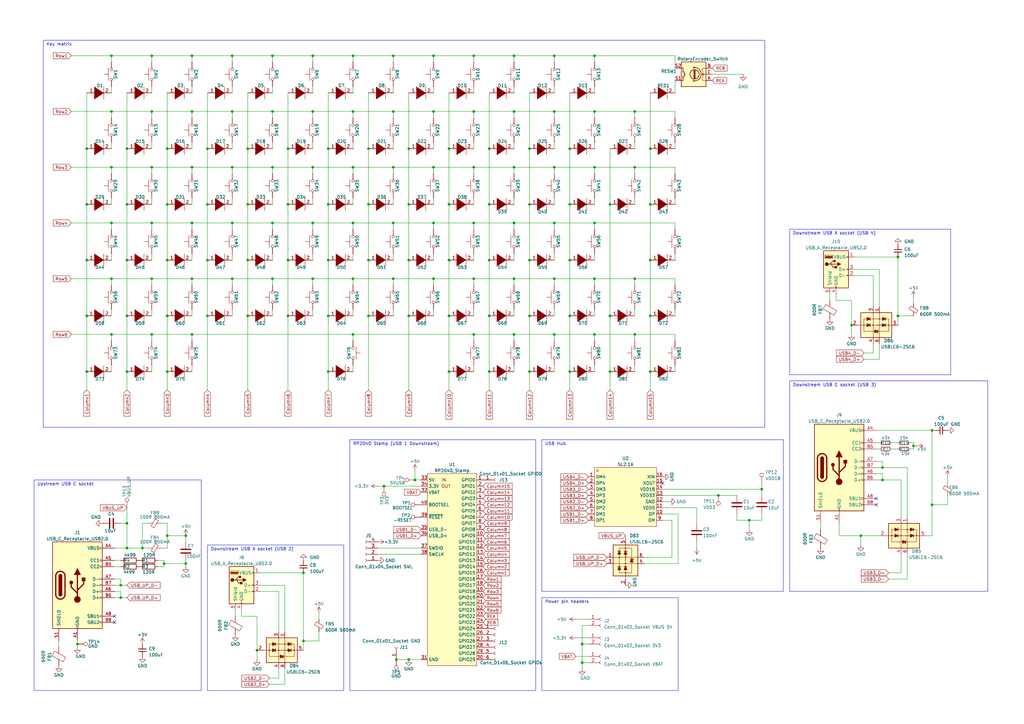
<source format=kicad_sch>
(kicad_sch (version 20230121) (generator eeschema)
  (paper "A3")
  (title_block (title "Quanta Keyboard Schematic (RP2040 Stamp JLCPCBA)") (date "2023-06-11") (rev "3.7") (company "0bsilab") (comment 1 "by Lucas Placentino") (comment 2 "Version with RP2040 Stamp microntroller from Solder Party") (comment 3 "Optimized for JLCPBC assembly service"))
  (junction (at 95.25 68.58))
  (junction (at 161.29 22.86))
  (junction (at 227.33 137.16))
  (junction (at 78.74 137.16))
  (junction (at 151.13 60.96))
  (junction (at 45.72 114.3))
  (junction (at 68.58 219.71))
  (junction (at 266.7 83.82))
  (junction (at 62.23 91.44))
  (junction (at 233.68 152.4))
  (junction (at 62.23 114.3))
  (junction (at 68.58 83.82))
  (junction (at 134.62 83.82))
  (junction (at 45.72 137.16))
  (junction (at 78.74 45.72))
  (junction (at 31.75 264.16))
  (junction (at 62.23 22.86))
  (junction (at 210.82 137.16))
  (junction (at 200.66 83.82))
  (junction (at 161.29 91.44))
  (junction (at 68.58 60.96))
  (junction (at 368.3 129.54))
  (junction (at 210.82 68.58))
  (junction (at 95.25 114.3))
  (junction (at 184.15 83.82))
  (junction (at 85.09 106.68))
  (junction (at 111.76 91.44))
  (junction (at 76.2 231.14))
  (junction (at 217.17 152.4))
  (junction (at 161.29 68.58))
  (junction (at 105.41 266.7))
  (junction (at 144.78 114.3))
  (junction (at 361.95 196.85))
  (junction (at 128.27 91.44))
  (junction (at 111.76 45.72))
  (junction (at 243.84 22.86))
  (junction (at 200.66 60.96))
  (junction (at 194.31 91.44))
  (junction (at 382.27 207.01))
  (junction (at 128.27 68.58))
  (junction (at 95.25 91.44))
  (junction (at 243.84 91.44))
  (junction (at 250.19 129.54))
  (junction (at 177.8 114.3))
  (junction (at 266.7 129.54))
  (junction (at 144.78 45.72))
  (junction (at 161.29 114.3))
  (junction (at 52.07 214.63))
  (junction (at 184.15 129.54))
  (junction (at 194.31 114.3))
  (junction (at 35.56 129.54))
  (junction (at 101.6 83.82))
  (junction (at 118.11 106.68))
  (junction (at 111.76 114.3))
  (junction (at 184.15 60.96))
  (junction (at 68.58 129.54))
  (junction (at 111.76 68.58))
  (junction (at 217.17 60.96))
  (junction (at 238.76 271.78))
  (junction (at 68.58 106.68))
  (junction (at 45.72 68.58))
  (junction (at 62.23 45.72))
  (junction (at 101.6 129.54))
  (junction (at 194.31 22.86))
  (junction (at 52.07 152.4))
  (junction (at 157.48 199.39))
  (junction (at 134.62 152.4))
  (junction (at 361.95 191.77))
  (junction (at 128.27 22.86))
  (junction (at 250.19 152.4))
  (junction (at 45.72 91.44))
  (junction (at 78.74 114.3))
  (junction (at 52.07 224.79))
  (junction (at 233.68 129.54))
  (junction (at 144.78 137.16))
  (junction (at 227.33 114.3))
  (junction (at 184.15 106.68))
  (junction (at 134.62 129.54))
  (junction (at 128.27 114.3))
  (junction (at 144.78 68.58))
  (junction (at 52.07 83.82))
  (junction (at 167.64 83.82))
  (junction (at 49.53 240.03))
  (junction (at 161.29 45.72))
  (junction (at 101.6 106.68))
  (junction (at 177.8 68.58))
  (junction (at 260.35 45.72))
  (junction (at 260.35 68.58))
  (junction (at 243.84 45.72))
  (junction (at 167.64 60.96))
  (junction (at 101.6 60.96))
  (junction (at 233.68 60.96))
  (junction (at 307.34 213.36))
  (junction (at 194.31 68.58))
  (junction (at 266.7 60.96))
  (junction (at 162.56 270.51))
  (junction (at 118.11 60.96))
  (junction (at 128.27 45.72))
  (junction (at 35.56 106.68))
  (junction (at 349.25 133.35))
  (junction (at 210.82 91.44))
  (junction (at 238.76 264.16))
  (junction (at 124.46 262.89))
  (junction (at 45.72 45.72))
  (junction (at 177.8 91.44))
  (junction (at 35.56 83.82))
  (junction (at 167.64 106.68))
  (junction (at 243.84 137.16))
  (junction (at 227.33 68.58))
  (junction (at 52.07 106.68))
  (junction (at 35.56 60.96))
  (junction (at 243.84 68.58))
  (junction (at 167.64 270.51))
  (junction (at 68.58 152.4))
  (junction (at 227.33 91.44))
  (junction (at 200.66 106.68))
  (junction (at 260.35 114.3))
  (junction (at 118.11 83.82))
  (junction (at 52.07 60.96))
  (junction (at 167.64 129.54))
  (junction (at 177.8 22.86))
  (junction (at 200.66 129.54))
  (junction (at 266.7 106.68))
  (junction (at 250.19 83.82))
  (junction (at 76.2 219.71))
  (junction (at 49.53 245.11))
  (junction (at 233.68 83.82))
  (junction (at 374.65 182.88))
  (junction (at 194.31 45.72))
  (junction (at 78.74 68.58))
  (junction (at 58.42 224.79))
  (junction (at 134.62 106.68))
  (junction (at 210.82 22.86))
  (junction (at 85.09 60.96))
  (junction (at 227.33 45.72))
  (junction (at 62.23 137.16))
  (junction (at 368.3 105.41))
  (junction (at 260.35 137.16))
  (junction (at 217.17 106.68))
  (junction (at 144.78 91.44))
  (junction (at 118.11 129.54))
  (junction (at 151.13 106.68))
  (junction (at 266.7 152.4))
  (junction (at 111.76 22.86))
  (junction (at 217.17 83.82))
  (junction (at 124.46 234.95))
  (junction (at 78.74 22.86))
  (junction (at 35.56 152.4))
  (junction (at 210.82 114.3))
  (junction (at 194.31 137.16))
  (junction (at 144.78 22.86))
  (junction (at 243.84 114.3))
  (junction (at 62.23 68.58))
  (junction (at 151.13 83.82))
  (junction (at 184.15 152.4))
  (junction (at 200.66 152.4))
  (junction (at 170.18 196.85))
  (junction (at 210.82 45.72))
  (junction (at 45.72 22.86))
  (junction (at 78.74 91.44))
  (junction (at 67.31 231.14))
  (junction (at 227.33 22.86))
  (junction (at 294.64 203.2))
  (junction (at 85.09 129.54))
  (junction (at 233.68 106.68))
  (junction (at 134.62 60.96))
  (junction (at 52.07 129.54))
  (junction (at 151.13 129.54))
  (junction (at 177.8 45.72))
  (junction (at 382.27 176.53))
  (junction (at 95.25 22.86))
  (junction (at 353.06 219.71))
  (junction (at 95.25 45.72))
  (junction (at 312.42 200.66))
  (junction (at 85.09 83.82))
  (junction (at 217.17 129.54))
  (no_connect (at 271.78 198.12))
  (no_connect (at 359.41 207.01))
  (no_connect (at 359.41 204.47))
  (no_connect (at 46.99 252.73))
  (no_connect (at 46.99 255.27))
  (wire (pts (xy 349.25 133.35) (xy 349.25 137.16)))
  (wire (pts (xy 161.29 114.3) (xy 161.29 116.84)))
  (wire (pts (xy 210.82 137.16) (xy 227.33 137.16)))
  (wire (pts (xy 45.72 137.16) (xy 45.72 139.7)))
  (wire (pts (xy 134.62 60.96) (xy 134.62 83.82)))
  (wire (pts (xy 210.82 149.86) (xy 210.82 152.4)))
  (wire (pts (xy 111.76 35.56) (xy 111.76 38.1)))
  (wire (pts (xy 29.21 22.86) (xy 45.72 22.86)))
  (wire (pts (xy 264.16 228.6) (xy 275.59 228.6)))
  (wire (pts (xy 266.7 106.68) (xy 266.7 129.54)))
  (wire (pts (xy 243.84 22.86) (xy 243.84 25.4)))
  (wire (pts (xy 154.94 227.33) (xy 172.72 227.33)))
  (wire (pts (xy 373.38 181.61) (xy 374.65 181.61)))
  (wire (pts (xy 336.55 217.17) (xy 336.55 214.63)))
  (wire (pts (xy 217.17 152.4) (xy 217.17 160.02)))
  (wire (pts (xy 52.07 152.4) (xy 52.07 160.02)))
  (wire (pts (xy 271.78 205.74) (xy 274.32 205.74)))
  (wire (pts (xy 243.84 127) (xy 243.84 129.54)))
  (wire (pts (xy 35.56 83.82) (xy 35.56 106.68)))
  (wire (pts (xy 105.41 252.73) (xy 105.41 266.7)))
  (wire (pts (xy 194.31 22.86) (xy 210.82 22.86)))
  (wire (pts (xy 200.66 129.54) (xy 200.66 152.4)))
  (wire (pts (xy 243.84 81.28) (xy 243.84 83.82)))
  (wire (pts (xy 243.84 91.44) (xy 243.84 93.98)))
  (wire (pts (xy 210.82 68.58) (xy 210.82 71.12)))
  (wire (pts (xy 144.78 22.86) (xy 161.29 22.86)))
  (wire (pts (xy 227.33 114.3) (xy 227.33 116.84)))
  (wire (pts (xy 210.82 114.3) (xy 227.33 114.3)))
  (wire (pts (xy 111.76 68.58) (xy 128.27 68.58)))
  (wire (pts (xy 62.23 137.16) (xy 78.74 137.16)))
  (wire (pts (xy 238.76 256.54) (xy 238.76 264.16)))
  (wire (pts (xy 184.15 38.1) (xy 184.15 60.96)))
  (wire (pts (xy 302.26 203.2) (xy 294.64 203.2)))
  (wire (pts (xy 217.17 60.96) (xy 217.17 83.82)))
  (wire (pts (xy 266.7 129.54) (xy 266.7 152.4)))
  (wire (pts (xy 144.78 58.42) (xy 144.78 60.96)))
  (wire (pts (xy 144.78 91.44) (xy 144.78 93.98)))
  (wire (pts (xy 227.33 81.28) (xy 227.33 83.82)))
  (wire (pts (xy 374.65 182.88) (xy 375.92 182.88)))
  (wire (pts (xy 388.62 195.58) (xy 388.62 198.12)))
  (wire (pts (xy 243.84 137.16) (xy 243.84 139.7)))
  (wire (pts (xy 227.33 137.16) (xy 227.33 139.7)))
  (wire (pts (xy 96.52 252.73) (xy 96.52 250.19)))
  (wire (pts (xy 307.34 213.36) (xy 312.42 213.36)))
  (wire (pts (xy 340.36 123.19) (xy 340.36 120.65)))
  (wire (pts (xy 68.58 214.63) (xy 68.58 219.71)))
  (wire (pts (xy 243.84 137.16) (xy 260.35 137.16)))
  (wire (pts (xy 359.41 176.53) (xy 382.27 176.53)))
  (wire (pts (xy 124.46 262.89) (xy 130.81 262.89)))
  (wire (pts (xy 154.94 199.39) (xy 157.48 199.39)))
  (wire (pts (xy 161.29 114.3) (xy 177.8 114.3)))
  (wire (pts (xy 360.68 181.61) (xy 359.41 181.61)))
  (wire (pts (xy 95.25 114.3) (xy 111.76 114.3)))
  (wire (pts (xy 111.76 91.44) (xy 111.76 93.98)))
  (wire (pts (xy 342.9 123.19) (xy 342.9 120.65)))
  (wire (pts (xy 382.27 219.71) (xy 382.27 207.01)))
  (wire (pts (xy 78.74 22.86) (xy 95.25 22.86)))
  (wire (pts (xy 45.72 149.86) (xy 45.72 152.4)))
  (wire (pts (xy 227.33 68.58) (xy 227.33 71.12)))
  (wire (pts (xy 144.78 91.44) (xy 161.29 91.44)))
  (wire (pts (xy 210.82 58.42) (xy 210.82 60.96)))
  (wire (pts (xy 111.76 114.3) (xy 111.76 116.84)))
  (wire (pts (xy 353.06 219.71) (xy 353.06 223.52)))
  (wire (pts (xy 194.31 45.72) (xy 210.82 45.72)))
  (wire (pts (xy 78.74 127) (xy 78.74 129.54)))
  (wire (pts (xy 151.13 129.54) (xy 151.13 160.02)))
  (wire (pts (xy 31.75 264.16) (xy 31.75 262.89)))
  (wire (pts (xy 46.99 224.79) (xy 52.07 224.79)))
  (wire (pts (xy 194.31 114.3) (xy 210.82 114.3)))
  (wire (pts (xy 101.6 60.96) (xy 101.6 83.82)))
  (wire (pts (xy 66.04 224.79) (xy 68.58 224.79)))
  (wire (pts (xy 276.86 137.16) (xy 276.86 139.7)))
  (wire (pts (xy 382.27 207.01) (xy 382.27 176.53)))
  (wire (pts (xy 194.31 91.44) (xy 210.82 91.44)))
  (wire (pts (xy 161.29 35.56) (xy 161.29 38.1)))
  (wire (pts (xy 118.11 106.68) (xy 118.11 129.54)))
  (wire (pts (xy 353.06 219.71) (xy 360.68 219.71)))
  (wire (pts (xy 194.31 137.16) (xy 194.31 139.7)))
  (wire (pts (xy 184.15 152.4) (xy 184.15 160.02)))
  (wire (pts (xy 369.57 234.95) (xy 369.57 227.33)))
  (wire (pts (xy 260.35 68.58) (xy 260.35 71.12)))
  (wire (pts (xy 95.25 45.72) (xy 111.76 45.72)))
  (wire (pts (xy 260.35 68.58) (xy 276.86 68.58)))
  (wire (pts (xy 154.94 224.79) (xy 172.72 224.79)))
  (wire (pts (xy 210.82 91.44) (xy 210.82 93.98)))
  (wire (pts (xy 360.68 125.73) (xy 360.68 110.49)))
  (wire (pts (xy 260.35 137.16) (xy 260.35 139.7)))
  (wire (pts (xy 95.25 114.3) (xy 95.25 116.84)))
  (wire (pts (xy 364.49 234.95) (xy 369.57 234.95)))
  (wire (pts (xy 95.25 35.56) (xy 95.25 38.1)))
  (wire (pts (xy 144.78 114.3) (xy 161.29 114.3)))
  (wire (pts (xy 210.82 114.3) (xy 210.82 116.84)))
  (wire (pts (xy 124.46 234.95) (xy 124.46 262.89)))
  (wire (pts (xy 76.2 231.14) (xy 76.2 232.41)))
  (wire (pts (xy 45.72 35.56) (xy 45.72 38.1)))
  (wire (pts (xy 194.31 22.86) (xy 194.31 25.4)))
  (wire (pts (xy 68.58 214.63) (xy 66.04 214.63)))
  (wire (pts (xy 227.33 58.42) (xy 227.33 60.96)))
  (wire (pts (xy 184.15 129.54) (xy 184.15 152.4)))
  (wire (pts (xy 276.86 104.14) (xy 276.86 106.68)))
  (wire (pts (xy 227.33 22.86) (xy 243.84 22.86)))
  (wire (pts (xy 233.68 152.4) (xy 233.68 160.02)))
  (wire (pts (xy 45.72 114.3) (xy 62.23 114.3)))
  (wire (pts (xy 78.74 22.86) (xy 78.74 25.4)))
  (wire (pts (xy 302.26 213.36) (xy 307.34 213.36)))
  (wire (pts (xy 177.8 45.72) (xy 194.31 45.72)))
  (wire (pts (xy 275.59 213.36) (xy 271.78 213.36)))
  (wire (pts (xy 128.27 22.86) (xy 144.78 22.86)))
  (wire (pts (xy 344.17 219.71) (xy 344.17 214.63)))
  (wire (pts (xy 161.29 58.42) (xy 161.29 60.96)))
  (wire (pts (xy 111.76 91.44) (xy 128.27 91.44)))
  (wire (pts (xy 194.31 68.58) (xy 194.31 71.12)))
  (wire (pts (xy 118.11 38.1) (xy 118.11 60.96)))
  (wire (pts (xy 116.84 240.03) (xy 106.68 240.03)))
  (wire (pts (xy 46.99 242.57) (xy 49.53 242.57)))
  (wire (pts (xy 170.18 193.04) (xy 170.18 196.85)))
  (wire (pts (xy 46.99 240.03) (xy 49.53 240.03)))
  (wire (pts (xy 260.35 58.42) (xy 260.35 60.96)))
  (wire (pts (xy 130.81 251.46) (xy 130.81 254)))
  (wire (pts (xy 217.17 129.54) (xy 217.17 152.4)))
  (wire (pts (xy 52.07 83.82) (xy 52.07 106.68)))
  (wire (pts (xy 243.84 104.14) (xy 243.84 106.68)))
  (wire (pts (xy 45.72 58.42) (xy 45.72 60.96)))
  (wire (pts (xy 167.64 60.96) (xy 167.64 83.82)))
  (wire (pts (xy 227.33 22.86) (xy 227.33 25.4)))
  (wire (pts (xy 76.2 219.71) (xy 76.2 222.25)))
  (wire (pts (xy 382.27 219.71) (xy 379.73 219.71)))
  (wire (pts (xy 184.15 83.82) (xy 184.15 106.68)))
  (wire (pts (xy 276.86 91.44) (xy 276.86 93.98)))
  (wire (pts (xy 276.86 58.42) (xy 276.86 60.96)))
  (wire (pts (xy 134.62 152.4) (xy 134.62 160.02)))
  (wire (pts (xy 45.72 45.72) (xy 62.23 45.72)))
  (wire (pts (xy 260.35 127) (xy 260.35 129.54)))
  (wire (pts (xy 62.23 68.58) (xy 62.23 71.12)))
  (wire (pts (xy 210.82 81.28) (xy 210.82 83.82)))
  (wire (pts (xy 114.3 259.08) (xy 114.3 242.57)))
  (wire (pts (xy 233.68 106.68) (xy 233.68 129.54)))
  (wire (pts (xy 200.66 106.68) (xy 200.66 129.54)))
  (wire (pts (xy 161.29 91.44) (xy 177.8 91.44)))
  (wire (pts (xy 359.41 194.31) (xy 361.95 194.31)))
  (wire (pts (xy 52.07 106.68) (xy 52.07 129.54)))
  (wire (pts (xy 58.42 214.63) (xy 58.42 224.79)))
  (wire (pts (xy 78.74 68.58) (xy 95.25 68.58)))
  (wire (pts (xy 134.62 106.68) (xy 134.62 129.54)))
  (wire (pts (xy 374.65 182.88) (xy 374.65 181.61)))
  (wire (pts (xy 101.6 38.1) (xy 101.6 60.96)))
  (wire (pts (xy 177.8 114.3) (xy 177.8 116.84)))
  (wire (pts (xy 95.25 68.58) (xy 111.76 68.58)))
  (wire (pts (xy 194.31 149.86) (xy 194.31 152.4)))
  (wire (pts (xy 62.23 114.3) (xy 62.23 116.84)))
  (wire (pts (xy 49.53 237.49) (xy 49.53 240.03)))
  (wire (pts (xy 243.84 114.3) (xy 243.84 116.84)))
  (wire (pts (xy 144.78 45.72) (xy 144.78 48.26)))
  (wire (pts (xy 78.74 91.44) (xy 78.74 93.98)))
  (wire (pts (xy 124.46 266.7) (xy 124.46 262.89)))
  (wire (pts (xy 151.13 60.96) (xy 151.13 83.82)))
  (wire (pts (xy 227.33 91.44) (xy 227.33 93.98)))
  (wire (pts (xy 52.07 60.96) (xy 52.07 83.82)))
  (wire (pts (xy 31.75 265.43) (xy 31.75 264.16)))
  (wire (pts (xy 85.09 129.54) (xy 85.09 160.02)))
  (wire (pts (xy 368.3 133.35) (xy 368.3 129.54)))
  (wire (pts (xy 177.8 68.58) (xy 177.8 71.12)))
  (wire (pts (xy 58.42 224.79) (xy 60.96 224.79)))
  (wire (pts (xy 227.33 91.44) (xy 243.84 91.44)))
  (wire (pts (xy 95.25 81.28) (xy 95.25 83.82)))
  (wire (pts (xy 227.33 127) (xy 227.33 129.54)))
  (wire (pts (xy 46.99 237.49) (xy 49.53 237.49)))
  (wire (pts (xy 243.84 68.58) (xy 243.84 71.12)))
  (wire (pts (xy 358.14 144.78) (xy 358.14 140.97)))
  (wire (pts (xy 302.26 210.82) (xy 302.26 213.36)))
  (wire (pts (xy 161.29 104.14) (xy 161.29 106.68)))
  (wire (pts (xy 177.8 81.28) (xy 177.8 83.82)))
  (wire (pts (xy 358.14 113.03) (xy 350.52 113.03)))
  (wire (pts (xy 271.78 200.66) (xy 312.42 200.66)))
  (wire (pts (xy 52.07 129.54) (xy 52.07 152.4)))
  (wire (pts (xy 95.25 22.86) (xy 95.25 25.4)))
  (wire (pts (xy 52.07 38.1) (xy 52.07 60.96)))
  (wire (pts (xy 243.84 45.72) (xy 260.35 45.72)))
  (wire (pts (xy 210.82 127) (xy 210.82 129.54)))
  (wire (pts (xy 227.33 45.72) (xy 243.84 45.72)))
  (wire (pts (xy 354.33 147.32) (xy 360.68 147.32)))
  (wire (pts (xy 68.58 60.96) (xy 68.58 83.82)))
  (wire (pts (xy 78.74 149.86) (xy 78.74 152.4)))
  (wire (pts (xy 118.11 129.54) (xy 118.11 160.02)))
  (wire (pts (xy 67.31 231.14) (xy 76.2 231.14)))
  (wire (pts (xy 177.8 104.14) (xy 177.8 106.68)))
  (wire (pts (xy 49.53 240.03) (xy 52.07 240.03)))
  (wire (pts (xy 358.14 125.73) (xy 358.14 113.03)))
  (wire (pts (xy 134.62 83.82) (xy 134.62 106.68)))
  (wire (pts (xy 111.76 45.72) (xy 128.27 45.72)))
  (wire (pts (xy 361.95 191.77) (xy 372.11 191.77)))
  (wire (pts (xy 68.58 129.54) (xy 68.58 152.4)))
  (wire (pts (xy 359.41 191.77) (xy 361.95 191.77)))
  (wire (pts (xy 236.22 269.24) (xy 241.3 269.24)))
  (wire (pts (xy 68.58 152.4) (xy 68.58 160.02)))
  (wire (pts (xy 177.8 68.58) (xy 194.31 68.58)))
  (wire (pts (xy 161.29 91.44) (xy 161.29 93.98)))
  (wire (pts (xy 360.68 184.15) (xy 359.41 184.15)))
  (wire (pts (xy 238.76 264.16) (xy 241.3 264.16)))
  (wire (pts (xy 151.13 106.68) (xy 151.13 129.54)))
  (wire (pts (xy 29.21 45.72) (xy 45.72 45.72)))
  (wire (pts (xy 118.11 83.82) (xy 118.11 106.68)))
  (wire (pts (xy 236.22 254) (xy 241.3 254)))
  (wire (pts (xy 161.29 22.86) (xy 177.8 22.86)))
  (wire (pts (xy 67.31 232.41) (xy 67.31 231.14)))
  (wire (pts (xy 45.72 45.72) (xy 45.72 48.26)))
  (wire (pts (xy 144.78 68.58) (xy 144.78 71.12)))
  (wire (pts (xy 161.29 127) (xy 161.29 129.54)))
  (wire (pts (xy 144.78 68.58) (xy 161.29 68.58)))
  (wire (pts (xy 68.58 219.71) (xy 76.2 219.71)))
  (wire (pts (xy 344.17 219.71) (xy 353.06 219.71)))
  (wire (pts (xy 128.27 91.44) (xy 128.27 93.98)))
  (wire (pts (xy 52.07 224.79) (xy 58.42 224.79)))
  (wire (pts (xy 354.33 144.78) (xy 358.14 144.78)))
  (wire (pts (xy 266.7 60.96) (xy 266.7 83.82)))
  (wire (pts (xy 144.78 149.86) (xy 144.78 152.4)))
  (wire (pts (xy 210.82 137.16) (xy 210.82 139.7)))
  (wire (pts (xy 210.82 45.72) (xy 210.82 48.26)))
  (wire (pts (xy 276.86 22.86) (xy 276.86 27.94)))
  (wire (pts (xy 276.86 127) (xy 276.86 129.54)))
  (wire (pts (xy 177.8 35.56) (xy 177.8 38.1)))
  (wire (pts (xy 45.72 68.58) (xy 45.72 71.12)))
  (wire (pts (xy 167.64 106.68) (xy 167.64 129.54)))
  (wire (pts (xy 292.1 30.48) (xy 304.8 30.48)))
  (wire (pts (xy 227.33 104.14) (xy 227.33 106.68)))
  (wire (pts (xy 285.75 214.63) (xy 285.75 208.28)))
  (wire (pts (xy 383.54 176.53) (xy 382.27 176.53)))
  (wire (pts (xy 62.23 58.42) (xy 62.23 60.96)))
  (wire (pts (xy 130.81 259.08) (xy 130.81 262.89)))
  (wire (pts (xy 62.23 91.44) (xy 62.23 93.98)))
  (wire (pts (xy 161.29 68.58) (xy 161.29 71.12)))
  (wire (pts (xy 111.76 58.42) (xy 111.76 60.96)))
  (wire (pts (xy 227.33 137.16) (xy 243.84 137.16)))
  (wire (pts (xy 62.23 45.72) (xy 78.74 45.72)))
  (wire (pts (xy 177.8 91.44) (xy 194.31 91.44)))
  (wire (pts (xy 99.06 252.73) (xy 99.06 250.19)))
  (wire (pts (xy 95.25 91.44) (xy 95.25 93.98)))
  (wire (pts (xy 128.27 58.42) (xy 128.27 60.96)))
  (wire (pts (xy 62.23 91.44) (xy 78.74 91.44)))
  (wire (pts (xy 110.49 280.67) (xy 116.84 280.67)))
  (wire (pts (xy 67.31 229.87) (xy 64.77 229.87)))
  (wire (pts (xy 210.82 68.58) (xy 227.33 68.58)))
  (wire (pts (xy 78.74 114.3) (xy 95.25 114.3)))
  (wire (pts (xy 373.38 184.15) (xy 374.65 184.15)))
  (wire (pts (xy 68.58 219.71) (xy 68.58 224.79)))
  (wire (pts (xy 101.6 83.82) (xy 101.6 106.68)))
  (wire (pts (xy 114.3 242.57) (xy 106.68 242.57)))
  (wire (pts (xy 260.35 137.16) (xy 276.86 137.16)))
  (wire (pts (xy 372.11 237.49) (xy 372.11 227.33)))
  (wire (pts (xy 200.66 60.96) (xy 200.66 83.82)))
  (wire (pts (xy 266.7 152.4) (xy 266.7 160.02)))
  (wire (pts (xy 105.41 266.7) (xy 105.41 270.51)))
  (wire (pts (xy 78.74 35.56) (xy 78.74 38.1)))
  (wire (pts (xy 78.74 114.3) (xy 78.74 116.84)))
  (wire (pts (xy 241.3 256.54) (xy 238.76 256.54)))
  (wire (pts (xy 95.25 91.44) (xy 111.76 91.44)))
  (wire (pts (xy 177.8 91.44) (xy 177.8 93.98)))
  (wire (pts (xy 210.82 35.56) (xy 210.82 38.1)))
  (wire (pts (xy 359.41 189.23) (xy 361.95 189.23)))
  (wire (pts (xy 276.86 45.72) (xy 276.86 48.26)))
  (wire (pts (xy 374.65 184.15) (xy 374.65 182.88)))
  (wire (pts (xy 45.72 68.58) (xy 62.23 68.58)))
  (wire (pts (xy 167.64 38.1) (xy 167.64 60.96)))
  (wire (pts (xy 264.16 231.14) (xy 278.13 231.14)))
  (wire (pts (xy 368.3 129.54) (xy 374.65 129.54)))
  (wire (pts (xy 128.27 91.44) (xy 144.78 91.44)))
  (wire (pts (xy 382.27 207.01) (xy 388.62 207.01)))
  (wire (pts (xy 85.09 60.96) (xy 85.09 83.82)))
  (wire (pts (xy 243.84 45.72) (xy 243.84 48.26)))
  (wire (pts (xy 243.84 149.86) (xy 243.84 152.4)))
  (wire (pts (xy 78.74 137.16) (xy 144.78 137.16)))
  (wire (pts (xy 128.27 104.14) (xy 128.27 106.68)))
  (wire (pts (xy 250.19 129.54) (xy 250.19 152.4)))
  (wire (pts (xy 49.53 242.57) (xy 49.53 245.11)))
  (wire (pts (xy 233.68 83.82) (xy 233.68 106.68)))
  (wire (pts (xy 271.78 203.2) (xy 294.64 203.2)))
  (wire (pts (xy 78.74 45.72) (xy 78.74 48.26)))
  (wire (pts (xy 151.13 83.82) (xy 151.13 106.68)))
  (wire (pts (xy 170.18 196.85) (xy 172.72 196.85)))
  (wire (pts (xy 128.27 127) (xy 128.27 129.54)))
  (wire (pts (xy 359.41 196.85) (xy 361.95 196.85)))
  (wire (pts (xy 45.72 91.44) (xy 45.72 93.98)))
  (wire (pts (xy 52.07 214.63) (xy 52.07 224.79)))
  (wire (pts (xy 243.84 35.56) (xy 243.84 38.1)))
  (wire (pts (xy 111.76 22.86) (xy 128.27 22.86)))
  (wire (pts (xy 210.82 91.44) (xy 227.33 91.44)))
  (wire (pts (xy 157.48 199.39) (xy 172.72 199.39)))
  (wire (pts (xy 67.31 231.14) (xy 67.31 229.87)))
  (wire (pts (xy 210.82 45.72) (xy 227.33 45.72)))
  (wire (pts (xy 111.76 68.58) (xy 111.76 71.12)))
  (wire (pts (xy 144.78 137.16) (xy 194.31 137.16)))
  (wire (pts (xy 312.42 210.82) (xy 312.42 213.36)))
  (wire (pts (xy 58.42 214.63) (xy 60.96 214.63)))
  (wire (pts (xy 111.76 114.3) (xy 128.27 114.3)))
  (wire (pts (xy 78.74 58.42) (xy 78.74 60.96)))
  (wire (pts (xy 49.53 245.11) (xy 52.07 245.11)))
  (wire (pts (xy 151.13 38.1) (xy 151.13 60.96)))
  (wire (pts (xy 210.82 22.86) (xy 210.82 25.4)))
  (wire (pts (xy 194.31 58.42) (xy 194.31 60.96)))
  (wire (pts (xy 78.74 104.14) (xy 78.74 106.68)))
  (wire (pts (xy 144.78 114.3) (xy 144.78 116.84)))
  (wire (pts (xy 128.27 68.58) (xy 128.27 71.12)))
  (wire (pts (xy 233.68 60.96) (xy 233.68 83.82)))
  (wire (pts (xy 350.52 105.41) (xy 368.3 105.41)))
  (wire (pts (xy 128.27 114.3) (xy 144.78 114.3)))
  (wire (pts (xy 144.78 81.28) (xy 144.78 83.82)))
  (wire (pts (xy 95.25 104.14) (xy 95.25 106.68)))
  (wire (pts (xy 46.99 245.11) (xy 49.53 245.11)))
  (wire (pts (xy 111.76 45.72) (xy 111.76 48.26)))
  (wire (pts (xy 45.72 137.16) (xy 62.23 137.16)))
  (wire (pts (xy 78.74 68.58) (xy 78.74 71.12)))
  (wire (pts (xy 85.09 38.1) (xy 85.09 60.96)))
  (wire (pts (xy 95.25 22.86) (xy 111.76 22.86)))
  (wire (pts (xy 29.21 137.16) (xy 45.72 137.16)))
  (wire (pts (xy 217.17 83.82) (xy 217.17 106.68)))
  (wire (pts (xy 35.56 60.96) (xy 35.56 83.82)))
  (wire (pts (xy 95.25 68.58) (xy 95.25 71.12)))
  (wire (pts (xy 243.84 68.58) (xy 260.35 68.58)))
  (wire (pts (xy 227.33 35.56) (xy 227.33 38.1)))
  (wire (pts (xy 45.72 91.44) (xy 62.23 91.44)))
  (wire (pts (xy 194.31 104.14) (xy 194.31 106.68)))
  (wire (pts (xy 369.57 212.09) (xy 369.57 196.85)))
  (wire (pts (xy 128.27 114.3) (xy 128.27 116.84)))
  (wire (pts (xy 278.13 231.14) (xy 278.13 210.82)))
  (wire (pts (xy 276.86 81.28) (xy 276.86 83.82)))
  (wire (pts (xy 35.56 152.4) (xy 35.56 160.02)))
  (wire (pts (xy 128.27 45.72) (xy 128.27 48.26)))
  (wire (pts (xy 95.25 45.72) (xy 95.25 48.26)))
  (wire (pts (xy 276.86 33.02) (xy 276.86 38.1)))
  (wire (pts (xy 116.84 259.08) (xy 116.84 240.03)))
  (wire (pts (xy 194.31 127) (xy 194.31 129.54)))
  (wire (pts (xy 184.15 106.68) (xy 184.15 129.54)))
  (wire (pts (xy 68.58 106.68) (xy 68.58 129.54)))
  (wire (pts (xy 256.54 219.71) (xy 256.54 220.98)))
  (wire (pts (xy 210.82 104.14) (xy 210.82 106.68)))
  (wire (pts (xy 161.29 68.58) (xy 177.8 68.58)))
  (wire (pts (xy 177.8 114.3) (xy 194.31 114.3)))
  (wire (pts (xy 238.76 271.78) (xy 238.76 274.32)))
  (wire (pts (xy 78.74 81.28) (xy 78.74 83.82)))
  (wire (pts (xy 144.78 22.86) (xy 144.78 25.4)))
  (wire (pts (xy 361.95 194.31) (xy 361.95 196.85)))
  (wire (pts (xy 200.66 38.1) (xy 200.66 60.96)))
  (wire (pts (xy 285.75 222.25) (xy 285.75 224.79)))
  (wire (pts (xy 128.27 35.56) (xy 128.27 38.1)))
  (wire (pts (xy 236.22 261.62) (xy 241.3 261.62)))
  (wire (pts (xy 312.42 203.2) (xy 312.42 200.66)))
  (wire (pts (xy 76.2 229.87) (xy 76.2 231.14)))
  (wire (pts (xy 364.49 237.49) (xy 372.11 237.49)))
  (wire (pts (xy 365.76 181.61) (xy 368.3 181.61)))
  (wire (pts (xy 45.72 114.3) (xy 45.72 116.84)))
  (wire (pts (xy 227.33 114.3) (xy 243.84 114.3)))
  (wire (pts (xy 64.77 232.41) (xy 67.31 232.41)))
  (wire (pts (xy 194.31 45.72) (xy 194.31 48.26)))
  (wire (pts (xy 161.29 45.72) (xy 177.8 45.72)))
  (wire (pts (xy 111.76 127) (xy 111.76 129.54)))
  (wire (pts (xy 243.84 58.42) (xy 243.84 60.96)))
  (wire (pts (xy 29.21 114.3) (xy 45.72 114.3)))
  (wire (pts (xy 243.84 22.86) (xy 276.86 22.86)))
  (wire (pts (xy 200.66 83.82) (xy 200.66 106.68)))
  (wire (pts (xy 184.15 60.96) (xy 184.15 83.82)))
  (wire (pts (xy 275.59 228.6) (xy 275.59 213.36)))
  (wire (pts (xy 361.95 196.85) (xy 369.57 196.85)))
  (wire (pts (xy 62.23 22.86) (xy 62.23 25.4)))
  (wire (pts (xy 128.27 45.72) (xy 144.78 45.72)))
  (wire (pts (xy 134.62 129.54) (xy 134.62 152.4)))
  (wire (pts (xy 368.3 184.15) (xy 365.76 184.15)))
  (wire (pts (xy 260.35 114.3) (xy 260.35 116.84)))
  (wire (pts (xy 217.17 38.1) (xy 217.17 60.96)))
  (wire (pts (xy 360.68 110.49) (xy 350.52 110.49)))
  (wire (pts (xy 372.11 212.09) (xy 372.11 191.77)))
  (wire (pts (xy 217.17 106.68) (xy 217.17 129.54)))
  (wire (pts (xy 368.3 105.41) (xy 368.3 129.54)))
  (wire (pts (xy 45.72 22.86) (xy 62.23 22.86)))
  (wire (pts (xy 194.31 35.56) (xy 194.31 38.1)))
  (wire (pts (xy 111.76 81.28) (xy 111.76 83.82)))
  (wire (pts (xy 134.62 38.1) (xy 134.62 60.96)))
  (wire (pts (xy 194.31 81.28) (xy 194.31 83.82)))
  (wire (pts (xy 194.31 91.44) (xy 194.31 93.98)))
  (wire (pts (xy 45.72 22.86) (xy 45.72 25.4)))
  (wire (pts (xy 35.56 38.1) (xy 35.56 60.96)))
  (wire (pts (xy 62.23 68.58) (xy 78.74 68.58)))
  (wire (pts (xy 45.72 127) (xy 45.72 129.54)))
  (wire (pts (xy 177.8 22.86) (xy 177.8 25.4)))
  (wire (pts (xy 238.76 264.16) (xy 238.76 271.78)))
  (wire (pts (xy 68.58 83.82) (xy 68.58 106.68)))
  (wire (pts (xy 144.78 137.16) (xy 144.78 139.7)))
  (wire (pts (xy 177.8 22.86) (xy 194.31 22.86)))
  (wire (pts (xy 29.21 91.44) (xy 45.72 91.44)))
  (wire (pts (xy 260.35 114.3) (xy 276.86 114.3)))
  (wire (pts (xy 49.53 229.87) (xy 46.99 229.87)))
  (wire (pts (xy 101.6 129.54) (xy 101.6 160.02)))
  (wire (pts (xy 62.23 45.72) (xy 62.23 48.26)))
  (wire (pts (xy 62.23 22.86) (xy 78.74 22.86)))
  (wire (pts (xy 210.82 22.86) (xy 227.33 22.86)))
  (wire (pts (xy 233.68 38.1) (xy 233.68 60.96)))
  (wire (pts (xy 260.35 45.72) (xy 260.35 48.26)))
  (wire (pts (xy 278.13 210.82) (xy 271.78 210.82)))
  (wire (pts (xy 78.74 91.44) (xy 95.25 91.44)))
  (wire (pts (xy 101.6 106.68) (xy 101.6 129.54)))
  (wire (pts (xy 62.23 114.3) (xy 78.74 114.3)))
  (wire (pts (xy 200.66 152.4) (xy 200.66 160.02)))
  (wire (pts (xy 194.31 114.3) (xy 194.31 116.84)))
  (wire (pts (xy 52.07 214.63) (xy 49.53 214.63)))
  (wire (pts (xy 62.23 149.86) (xy 62.23 152.4)))
  (wire (pts (xy 62.23 104.14) (xy 62.23 106.68)))
  (wire (pts (xy 276.86 68.58) (xy 276.86 71.12)))
  (wire (pts (xy 114.3 278.13) (xy 114.3 274.32)))
  (wire (pts (xy 110.49 278.13) (xy 114.3 278.13)))
  (wire (pts (xy 260.35 81.28) (xy 260.35 83.82)))
  (wire (pts (xy 266.7 83.82) (xy 266.7 106.68)))
  (wire (pts (xy 68.58 38.1) (xy 68.58 60.96)))
  (wire (pts (xy 349.25 123.19) (xy 342.9 123.19)))
  (wire (pts (xy 49.53 232.41) (xy 46.99 232.41)))
  (wire (pts (xy 271.78 208.28) (xy 285.75 208.28)))
  (wire (pts (xy 349.25 123.19) (xy 349.25 133.35)))
  (wire (pts (xy 227.33 149.86) (xy 227.33 152.4)))
  (wire (pts (xy 45.72 104.14) (xy 45.72 106.68)))
  (wire (pts (xy 260.35 149.86) (xy 260.35 152.4)))
  (wire (pts (xy 260.35 45.72) (xy 276.86 45.72)))
  (wire (pts (xy 52.07 208.28) (xy 52.07 214.63)))
  (wire (pts (xy 161.29 45.72) (xy 161.29 48.26)))
  (wire (pts (xy 162.56 270.51) (xy 167.64 270.51)))
  (wire (pts (xy 62.23 137.16) (xy 62.23 139.7)))
  (wire (pts (xy 62.23 127) (xy 62.23 129.54)))
  (wire (pts (xy 78.74 45.72) (xy 95.25 45.72)))
  (wire (pts (xy 374.65 121.92) (xy 374.65 124.46)))
  (wire (pts (xy 250.19 152.4) (xy 250.19 160.02)))
  (wire (pts (xy 227.33 68.58) (xy 243.84 68.58)))
  (wire (pts (xy 233.68 129.54) (xy 233.68 152.4)))
  (wire (pts (xy 144.78 35.56) (xy 144.78 38.1)))
  (wire (pts (xy 105.41 252.73) (xy 99.06 252.73)))
  (wire (pts (xy 144.78 45.72) (xy 161.29 45.72)))
  (wire (pts (xy 194.31 68.58) (xy 210.82 68.58)))
  (wire (pts (xy 250.19 83.82) (xy 250.19 129.54)))
  (wire (pts (xy 177.8 45.72) (xy 177.8 48.26)))
  (wire (pts (xy 276.86 114.3) (xy 276.86 116.84)))
  (wire (pts (xy 29.21 68.58) (xy 45.72 68.58)))
  (wire (pts (xy 227.33 45.72) (xy 227.33 48.26)))
  (wire (pts (xy 85.09 106.68) (xy 85.09 129.54)))
  (wire (pts (xy 95.25 58.42) (xy 95.25 60.96)))
  (wire (pts (xy 312.42 198.12) (xy 312.42 200.66)))
  (wire (pts (xy 106.68 234.95) (xy 124.46 234.95)))
  (wire (pts (xy 266.7 38.1) (xy 266.7 60.96)))
  (wire (pts (xy 307.34 217.17) (xy 307.34 213.36)))
  (wire (pts (xy 360.68 147.32) (xy 360.68 140.97)))
  (wire (pts (xy 167.64 83.82) (xy 167.64 106.68)))
  (wire (pts (xy 161.29 81.28) (xy 161.29 83.82)))
  (wire (pts (xy 194.31 137.16) (xy 210.82 137.16)))
  (wire (pts (xy 144.78 104.14) (xy 144.78 106.68)))
  (wire (pts (xy 243.84 114.3) (xy 260.35 114.3)))
  (wire (pts (xy 111.76 22.86) (xy 111.76 25.4)))
  (wire (pts (xy 177.8 58.42) (xy 177.8 60.96)))
  (wire (pts (xy 243.84 91.44) (xy 276.86 91.44)))
  (wire (pts (xy 62.23 35.56) (xy 62.23 38.1)))
  (wire (pts (xy 24.13 265.43) (xy 24.13 262.89)))
  (wire (pts (xy 111.76 104.14) (xy 111.76 106.68)))
  (wire (pts (xy 177.8 127) (xy 177.8 129.54)))
  (wire (pts (xy 128.27 68.58) (xy 144.78 68.58)))
  (wire (pts (xy 118.11 60.96) (xy 118.11 83.82)))
  (wire (pts (xy 128.27 22.86) (xy 128.27 25.4)))
  (wire (pts (xy 85.09 83.82) (xy 85.09 106.68)))
  (wire (pts (xy 35.56 106.68) (xy 35.56 129.54)))
  (wire (pts (xy 62.23 81.28) (xy 62.23 83.82)))
  (wire (pts (xy 361.95 189.23) (xy 361.95 191.77)))
  (wire (pts (xy 116.84 280.67) (xy 116.84 274.32)))
  (wire (pts (xy 276.86 149.86) (xy 276.86 152.4)))
  (wire (pts (xy 35.56 129.54) (xy 35.56 152.4)))
  (wire (pts (xy 167.64 129.54) (xy 167.64 160.02)))
  (wire (pts (xy 78.74 137.16) (xy 78.74 139.7)))
  (wire (pts (xy 388.62 203.2) (xy 388.62 207.01)))
  (wire (pts (xy 45.72 81.28) (xy 45.72 83.82)))
  (wire (pts (xy 250.19 60.96) (xy 250.19 83.82)))
  (wire (pts (xy 161.29 22.86) (xy 161.29 25.4)))
  (wire (pts (xy 144.78 127) (xy 144.78 129.54)))
  (wire (pts (xy 167.64 270.51) (xy 172.72 270.51)))
  (wire (pts (xy 238.76 271.78) (xy 241.3 271.78)))
  (wire (pts (xy 128.27 81.28) (xy 128.27 83.82)))
  (wire (pts (xy 95.25 127) (xy 95.25 129.54)))
  (rectangle (start 222.25 180.34) (end 321.31 242.57))
  (rectangle (start 17.78 16.51) (end 313.69 175.26))
  (rectangle (start 13.97 196.85) (end 82.55 283.21))
  (rectangle (start 323.85 156.21) (end 405.13 242.57))
  (rectangle (start 323.85 93.98) (end 389.89 153.67))
  (rectangle (start 85.09 223.52) (end 140.97 283.21))
  (rectangle (start 222.25 245.11) (end 278.13 283.21))
  (rectangle (start 143.51 180.34) (end 219.71 283.21))
  (text "Downstream USB A socket (USB 4)" (at 325.12 96.52 0) (effects (font (size 1.27 1.27)) (justify left bottom)))
  (text "Downstream USB C socket (USB 3)" (at 325.12 158.75 0) (effects (font (size 1.27 1.27)) (justify left bottom)))
  (text "Key matrix\n" (at 19.05 19.05 0) (effects (font (size 1.27 1.27)) (justify left bottom)))
  (text "Upstream USB C socket\n" (at 15.24 199.39 0) (effects (font (size 1.27 1.27)) (justify left bottom)))
  (text "Downstream USB A socket (USB 2)" (at 86.36 226.06 0) (effects (font (size 1.27 1.27)) (justify left bottom)))
  (text "RP2040 Stamp (USB 1 Downstream)" (at 144.78 182.88 0) (effects (font (size 1.27 1.27)) (justify left bottom)))
  (text "USB Hub" (at 223.52 182.88 0) (effects (font (size 1.27 1.27)) (justify left bottom)))
  (text "Power pin headers\n" (at 223.52 247.65 0) (effects (font (size 1.27 1.27)) (justify left bottom)))
  (global_label "USB4_D+" (shape input) (at 354.33 147.32 180) (property "Intersheetrefs" "${INTERSHEET_REFS}" (effects hide)))
  (global_label "Row2" (shape input) (at 29.21 45.72 180) (property "Intersheetrefs" "${INTERSHEET_REFS}" (effects hide)))
  (global_label "Row2" (shape input) (at 198.12 240.03 0) (property "Intersheetrefs" "${INTERSHEET_REFS}" (effects hide)))
  (global_label "USB3_D+" (shape input) (at 364.49 234.95 180) (property "Intersheetrefs" "${INTERSHEET_REFS}" (effects hide)))
  (global_label "USB1_D-" (shape input) (at 241.3 210.82 180) (property "Intersheetrefs" "${INTERSHEET_REFS}" (effects hide)))
  (global_label "USB4_D-" (shape input) (at 241.3 195.58 180) (property "Intersheetrefs" "${INTERSHEET_REFS}" (effects hide)))
  (global_label "USB3_D-" (shape input) (at 241.3 200.66 180) (property "Intersheetrefs" "${INTERSHEET_REFS}" (effects hide)))
  (global_label "Column5" (shape input) (at 101.6 160.02 270) (property "Intersheetrefs" "${INTERSHEET_REFS}" (effects hide)))
  (global_label "REA" (shape input) (at 292.1 33.02 0) (property "Intersheetrefs" "${INTERSHEET_REFS}" (effects hide)))
  (global_label "Row1" (shape input) (at 29.21 22.86 180) (property "Intersheetrefs" "${INTERSHEET_REFS}" (effects hide)))
  (global_label "Column6" (shape input) (at 118.11 160.02 270) (property "Intersheetrefs" "${INTERSHEET_REFS}" (effects hide)))
  (global_label "Column14" (shape input) (at 250.19 160.02 270) (property "Intersheetrefs" "${INTERSHEET_REFS}" (effects hide)))
  (global_label "USB4_D+" (shape input) (at 241.3 198.12 180) (property "Intersheetrefs" "${INTERSHEET_REFS}" (effects hide)))
  (global_label "Column13" (shape input) (at 233.68 160.02 270) (property "Intersheetrefs" "${INTERSHEET_REFS}" (effects hide)))
  (global_label "Column11" (shape input) (at 198.12 209.55 0) (property "Intersheetrefs" "${INTERSHEET_REFS}" (effects hide)))
  (global_label "Column1" (shape input) (at 35.56 160.02 270) (property "Intersheetrefs" "${INTERSHEET_REFS}" (effects hide)))
  (global_label "Column15" (shape input) (at 198.12 199.39 0) (property "Intersheetrefs" "${INTERSHEET_REFS}" (effects hide)))
  (global_label "Column8" (shape input) (at 151.13 160.02 270) (property "Intersheetrefs" "${INTERSHEET_REFS}" (effects hide)))
  (global_label "Row4" (shape input) (at 198.12 245.11 0) (property "Intersheetrefs" "${INTERSHEET_REFS}" (effects hide)))
  (global_label "Row5" (shape input) (at 29.21 114.3 180) (property "Intersheetrefs" "${INTERSHEET_REFS}" (effects hide)))
  (global_label "Column10" (shape input) (at 198.12 212.09 0) (property "Intersheetrefs" "${INTERSHEET_REFS}" (effects hide)))
  (global_label "USB2_D+" (shape input) (at 110.49 280.67 180) (property "Intersheetrefs" "${INTERSHEET_REFS}" (effects hide)))
  (global_label "Column13" (shape input) (at 198.12 204.47 0) (property "Intersheetrefs" "${INTERSHEET_REFS}" (effects hide)))
  (global_label "Column12" (shape input) (at 198.12 207.01 0) (property "Intersheetrefs" "${INTERSHEET_REFS}" (effects hide)))
  (global_label "USB2_D+" (shape input) (at 241.3 208.28 180) (property "Intersheetrefs" "${INTERSHEET_REFS}" (effects hide)))
  (global_label "USB_UP_D-" (shape input) (at 52.07 240.03 0) (property "Intersheetrefs" "${INTERSHEET_REFS}" (effects hide)))
  (global_label "Column3" (shape input) (at 198.12 229.87 0) (property "Intersheetrefs" "${INTERSHEET_REFS}" (effects hide)))
  (global_label "Row4" (shape input) (at 29.21 91.44 180) (property "Intersheetrefs" "${INTERSHEET_REFS}" (effects hide)))
  (global_label "USB_UP_D+" (shape input) (at 52.07 245.11 0) (property "Intersheetrefs" "${INTERSHEET_REFS}" (effects hide)))
  (global_label "USB3_D-" (shape input) (at 364.49 237.49 180) (property "Intersheetrefs" "${INTERSHEET_REFS}" (effects hide)))
  (global_label "VBUS_UP" (shape input) (at 52.07 208.28 180) (property "Intersheetrefs" "${INTERSHEET_REFS}" (effects hide)))
  (global_label "USB1_D+" (shape input) (at 241.3 213.36 180) (property "Intersheetrefs" "${INTERSHEET_REFS}" (effects hide)))
  (global_label "Column6" (shape input) (at 198.12 222.25 0) (property "Intersheetrefs" "${INTERSHEET_REFS}" (effects hide)))
  (global_label "Column2" (shape input) (at 198.12 232.41 0) (property "Intersheetrefs" "${INTERSHEET_REFS}" (effects hide)))
  (global_label "VBAT" (shape input) (at 236.22 269.24 180) (property "Intersheetrefs" "${INTERSHEET_REFS}" (effects hide)))
  (global_label "Column1" (shape input) (at 198.12 234.95 0) (property "Intersheetrefs" "${INTERSHEET_REFS}" (effects hide)))
  (global_label "Row3" (shape input) (at 29.21 68.58 180) (property "Intersheetrefs" "${INTERSHEET_REFS}" (effects hide)))
  (global_label "Row1" (shape input) (at 198.12 237.49 0) (property "Intersheetrefs" "${INTERSHEET_REFS}" (effects hide)))
  (global_label "USB2_D-" (shape input) (at 241.3 205.74 180) (property "Intersheetrefs" "${INTERSHEET_REFS}" (effects hide)))
  (global_label "REA" (shape input) (at 198.12 252.73 0) (property "Intersheetrefs" "${INTERSHEET_REFS}" (effects hide)))
  (global_label "Row6" (shape input) (at 198.12 250.19 0) (property "Intersheetrefs" "${INTERSHEET_REFS}" (effects hide)))
  (global_label "Column7" (shape input) (at 198.12 219.71 0) (property "Intersheetrefs" "${INTERSHEET_REFS}" (effects hide)))
  (global_label "VBUS_UP" (shape input) (at 256.54 219.71 180) (property "Intersheetrefs" "${INTERSHEET_REFS}" (effects hide)))
  (global_label "USB_UP_D-" (shape input) (at 248.92 228.6 180) (property "Intersheetrefs" "${INTERSHEET_REFS}" (effects hide)))
  (global_label "USB4_D-" (shape input) (at 354.33 144.78 180) (property "Intersheetrefs" "${INTERSHEET_REFS}" (effects hide)))
  (global_label "Column10" (shape input) (at 184.15 160.02 270) (property "Intersheetrefs" "${INTERSHEET_REFS}" (effects hide)))
  (global_label "Column7" (shape input) (at 134.62 160.02 270) (property "Intersheetrefs" "${INTERSHEET_REFS}" (effects hide)))
  (global_label "USB1_D+" (shape input) (at 172.72 219.71 180) (property "Intersheetrefs" "${INTERSHEET_REFS}" (effects hide)))
  (global_label "Column8" (shape input) (at 198.12 217.17 0) (property "Intersheetrefs" "${INTERSHEET_REFS}" (effects hide)))
  (global_label "Column9" (shape input) (at 167.64 160.02 270) (property "Intersheetrefs" "${INTERSHEET_REFS}" (effects hide)))
  (global_label "REB" (shape input) (at 198.12 255.27 0) (property "Intersheetrefs" "${INTERSHEET_REFS}" (effects hide)))
  (global_label "USB2_D-" (shape input) (at 110.49 278.13 180) (property "Intersheetrefs" "${INTERSHEET_REFS}" (effects hide)))
  (global_label "USB_UP_D+" (shape input) (at 248.92 231.14 180) (property "Intersheetrefs" "${INTERSHEET_REFS}" (effects hide)))
  (global_label "USB3_D+" (shape input) (at 241.3 203.2 180) (property "Intersheetrefs" "${INTERSHEET_REFS}" (effects hide)))
  (global_label "Column3" (shape input) (at 68.58 160.02 270) (property "Intersheetrefs" "${INTERSHEET_REFS}" (effects hide)))
  (global_label "Row6" (shape input) (at 29.21 137.16 180) (property "Intersheetrefs" "${INTERSHEET_REFS}" (effects hide)))
  (global_label "Column4" (shape input) (at 198.12 227.33 0) (property "Intersheetrefs" "${INTERSHEET_REFS}" (effects hide)))
  (global_label "Column4" (shape input) (at 85.09 160.02 270) (property "Intersheetrefs" "${INTERSHEET_REFS}" (effects hide)))
  (global_label "Row3" (shape input) (at 198.12 242.57 0) (property "Intersheetrefs" "${INTERSHEET_REFS}" (effects hide)))
  (global_label "Column14" (shape input) (at 198.12 201.93 0) (property "Intersheetrefs" "${INTERSHEET_REFS}" (effects hide)))
  (global_label "VBAT" (shape input) (at 172.72 201.93 180) (property "Intersheetrefs" "${INTERSHEET_REFS}" (effects hide)))
  (global_label "USB1_D-" (shape input) (at 172.72 217.17 180) (property "Intersheetrefs" "${INTERSHEET_REFS}" (effects hide)))
  (global_label "Column15" (shape input) (at 266.7 160.02 270) (property "Intersheetrefs" "${INTERSHEET_REFS}" (effects hide)))
  (global_label "Column2" (shape input) (at 52.07 160.02 270) (property "Intersheetrefs" "${INTERSHEET_REFS}" (effects hide)))
  (global_label "Row5" (shape input) (at 198.12 247.65 0) (property "Intersheetrefs" "${INTERSHEET_REFS}" (effects hide)))
  (global_label "Column9" (shape input) (at 198.12 214.63 0) (property "Intersheetrefs" "${INTERSHEET_REFS}" (effects hide)))
  (global_label "Column5" (shape input) (at 198.12 224.79 0) (property "Intersheetrefs" "${INTERSHEET_REFS}" (effects hide)))
  (global_label "Column11" (shape input) (at 200.66 160.02 270) (property "Intersheetrefs" "${INTERSHEET_REFS}" (effects hide)))
  (global_label "Column12" (shape input) (at 217.17 160.02 270) (property "Intersheetrefs" "${INTERSHEET_REFS}" (effects hide)))
  (global_label "REB" (shape input) (at 292.1 27.94 0) (property "Intersheetrefs" "${INTERSHEET_REFS}" (effects hide)))
  (symbol (lib_id "pspice:DIODE") (at 189.23 38.1 0) (unit 1)
    (property "Reference" "D10" (at 189.5553 35.0998 0))
    (property "Value" "DIODE" (effects hide))
    (property "Footprint" "Diode_SMD:D_SOD-123" (effects hide))
  )
  (symbol (lib_id "pspice:DIODE") (at 156.21 38.1 0) (unit 1)
    (property "Reference" "D8" (at 156.5353 35.0998 0))
    (property "Value" "DIODE" (effects hide))
    (property "Footprint" "Diode_SMD:D_SOD-123" (effects hide))
  )
  (symbol (lib_id "power:+5V") (at 170.18 193.04 0) (unit 1)
    (property "Reference" "#PWR022" (effects hide))
    (property "Value" "+5V" (at 170.18 189.23 0))
  )
  (symbol (lib_id "power:+3.3V") (at 236.22 261.62 90) (unit 1)
    (property "Reference" "#PWR020" (effects hide))
    (property "Value" "+3.3V" (at 232.41 261.62 90) (effects (justify left)))
  )
  (symbol (lib_id "Connector:TestPoint") (at 52.07 208.28 0) (unit 1)
    (property "Reference" "TP13" (at 51.1209 203.9118 90) (effects (justify left)))
    (property "Value" "VBUS_UP" (at 52.9399 203.9514 90) (effects (justify left)))
    (property "Footprint" "TestPoint:TestPoint_Pad_D1.5mm" (effects hide))
  )
  (symbol (lib_name "SW_Push_1") (lib_id "Switch:SW_Push") (at 276.86 76.2 90) (unit 1)
    (property "Reference" "SW43" (at 278.5248 76.1677 0))
    (property "Value" "SW_Push" (effects hide))
    (property "Footprint" "Button_Switch_Keyboard:SW_Cherry_MX_1.00u_PCB" (effects hide))
  )
  (symbol (lib_id "Device:C") (at 302.26 207.01 0) (unit 1)
    (property "Reference" "C1" (at 304.8 205.74 0) (effects (justify left)))
    (property "Value" "10uF" (at 304.8 208.28 0) (effects (justify left)))
    (property "Footprint" "Capacitor_SMD:C_0603_1608Metric_Pad1.08x0.95mm_HandSolder" (effects hide))
    (property "JLCPCB" "C96446" (effects hide))
  )
  (symbol (lib_name "SW_Push_1") (lib_id "Switch:SW_Push") (at 95.25 99.06 90) (unit 1)
    (property "Reference" "SW47" (at 96.9148 99.0277 0))
    (property "Value" "SW_Push" (effects hide))
    (property "Footprint" "Button_Switch_Keyboard:SW_Cherry_MX_1.00u_PCB" (effects hide))
  )
  (symbol (lib_id "SL2.1a:SL2.1A") (at 256.54 204.47 0) (unit 1)
    (property "Reference" "U2" (at 256.54 187.96 0))
    (property "Value" "SL2.1A" (at 256.54 190.5 0))
    (property "Footprint" "SL2.1a:SOP-16_L10.0-W3.9-P1.27-LS6.0-BL" (effects hide))
    (property "Datasheet" "https://lcsc.com/product-detail/Others_CoreChips-SL2-1A_C192893.html" (effects hide))
    (property "Manufacturer" "CoreChips(和芯润德)" (effects hide))
    (property "LCSC Part" "C192893" (effects hide))
    (property "JLC Part" "Extended Part" (effects hide))
    (property "Datasheets" "https://datasheet.lcsc.com/lcsc/1811151645_CoreChips-SL2-1A_C192893.pdf" (effects hide))
  )
  (symbol (lib_id "Device:FerriteBead") (at 96.52 256.54 180) (unit 1)
    (property "Reference" "FB2" (at 92.71 256.54 90))
    (property "Value" "600R" (at 90.17 256.54 90))
    (property "Footprint" "PCM_Ferrite_SMD_Handsoldering_AKL:Ferrite_0805_2012Metric" (effects hide))
    (property "JLCPCB part numb" "C1017" (effects hide))
  )
  (symbol (lib_name "SW_Push_1") (lib_id "Switch:SW_Push") (at 276.86 121.92 90) (unit 1)
    (property "Reference" "SW72" (at 278.5248 121.8877 0))
    (property "Value" "SW_Push" (effects hide))
    (property "Footprint" "Button_Switch_Keyboard:SW_Cherry_MX_1.00u_PCB" (effects hide))
  )
  (symbol (lib_name "SW_Push_1") (lib_id "Switch:SW_Push") (at 45.72 53.34 90) (unit 1)
    (property "Reference" "SW14" (at 47.3848 53.3077 0))
    (property "Value" "SW_Push" (effects hide))
    (property "Footprint" "Button_Switch_Keyboard:SW_Cherry_MX_1.00u_PCB" (effects hide))
  )
  (symbol (lib_id "pspice:DIODE") (at 205.74 83.82 0) (mirror x) (unit 1)
    (property "Reference" "D39" (at 206.0653 86.8202 0))
    (property "Value" "DIODE" (effects hide))
    (property "Footprint" "Diode_SMD:D_SOD-123" (effects hide))
  )
  (symbol (lib_name "SW_Push_1") (lib_id "Switch:SW_Push") (at 144.78 144.78 270) (unit 1)
    (property "Reference" "SW76" (at 143.1152 144.8123 0))
    (property "Value" "SW_Push" (effects hide))
    (property "Footprint" "PCM_Switch_Keyboard_Cherry_MX:SW_Cherry_MX_PCB_6.25u" (effects hide))
  )
  (symbol (lib_id "Device:FerriteBead_Small") (at 374.65 127 0) (unit 1)
    (property "Reference" "FB8" (at 377.19 126.3269 0) (effects (justify left)))
    (property "Value" "600R 500mA" (at 377.19 128.8669 0) (effects (justify left)))
    (property "Footprint" "PCM_Ferrite_SMD_Handsoldering_AKL:Ferrite_0805_2012Metric" (effects hide))
    (property "JLCPCB part numb" "C1017" (effects hide))
  )
  (symbol (lib_id "PCM_4ms_Power-symbol:+5V") (at 236.22 254 90) (unit 1)
    (property "Reference" "#PWR017" (effects hide))
    (property "Value" "+5V" (at 232.41 254 90) (effects (justify left)))
  )
  (symbol (lib_name "SW_Push_1") (lib_id "Switch:SW_Push") (at 62.23 121.92 90) (unit 1)
    (property "Reference" "SW59" (at 63.8948 121.8877 0))
    (property "Value" "SW_Push" (effects hide))
    (property "Footprint" "Button_Switch_Keyboard:SW_Cherry_MX_1.00u_PCB" (effects hide))
  )
  (symbol (lib_id "pspice:DIODE") (at 123.19 106.68 0) (mirror x) (unit 1)
    (property "Reference" "D49" (at 123.5153 109.6802 0))
    (property "Value" "DIODE" (effects hide))
    (property "Footprint" "Diode_SMD:D_SOD-123" (effects hide))
  )
  (symbol (lib_id "pspice:DIODE") (at 123.19 129.54 0) (mirror x) (unit 1)
    (property "Reference" "D63" (at 123.5153 132.5402 0))
    (property "Value" "DIODE" (effects hide))
    (property "Footprint" "Diode_SMD:D_SOD-123" (effects hide))
  )
  (symbol (lib_name "SW_Push_1") (lib_id "Switch:SW_Push") (at 128.27 121.92 90) (unit 1)
    (property "Reference" "SW63" (at 129.9348 121.8877 0))
    (property "Value" "SW_Push" (effects hide))
    (property "Footprint" "Button_Switch_Keyboard:SW_Cherry_MX_1.00u_PCB" (effects hide))
  )
  (symbol (lib_id "Connector:Conn_01x06_Socket") (at 203.2 262.89 0) (unit 1)
    (property "Reference" "J12" (at 204.47 263.525 0) (effects (justify left)))
    (property "Value" "Conn_01x06_Socket GPIOs" (at 196.85 271.78 0) (effects (justify left)))
    (property "Footprint" "Connector_PinHeader_2.54mm:PinHeader_1x06_P2.54mm_Vertical" (effects hide))
  )
  (symbol (lib_id "Device:C_Small") (at 386.08 176.53 90) (unit 1)
    (property "Reference" "C5" (at 386.0863 171.45 90))
    (property "Value" "100uF" (at 386.0863 173.99 90))
    (property "Footprint" "Capacitor_SMD:C_1206_3216Metric_Pad1.33x1.80mm_HandSolder" (effects hide))
    (property "JLCPCB" "C15008" (effects hide))
  )
  (symbol (lib_id "pspice:DIODE") (at 73.66 106.68 0) (mirror x) (unit 1)
    (property "Reference" "D46" (at 73.9853 109.6802 0))
    (property "Value" "DIODE" (effects hide))
    (property "Footprint" "Diode_SMD:D_SOD-123" (effects hide))
  )
  (symbol (lib_name "SW_Push_1") (lib_id "Switch:SW_Push") (at 144.78 53.34 90) (unit 1)
    (property "Reference" "SW20" (at 146.4448 53.3077 0))
    (property "Value" "SW_Push" (effects hide))
    (property "Footprint" "Button_Switch_Keyboard:SW_Cherry_MX_1.00u_PCB" (effects hide))
  )
  (symbol (lib_id "pspice:DIODE") (at 156.21 129.54 0) (mirror x) (unit 1)
    (property "Reference" "D65" (at 156.5353 132.5402 0))
    (property "Value" "DIODE" (effects hide))
    (property "Footprint" "Diode_SMD:D_SOD-123" (effects hide))
  )
  (symbol (lib_id "pspice:DIODE") (at 189.23 83.82 0) (unit 1)
    (property "Reference" "D38" (at 189.5553 80.8198 0))
    (property "Value" "DIODE" (effects hide))
    (property "Footprint" "Diode_SMD:D_SOD-123" (effects hide))
  )
  (symbol (lib_id "Device:R") (at 60.96 232.41 90) (unit 1)
    (property "Reference" "R3" (at 60.96 232.41 90) (effects (justify left)))
    (property "Value" "120R" (at 63.5163 234.622 90) (effects (justify left)))
    (property "Footprint" "Resistor_SMD:R_0603_1608Metric_Pad0.98x0.95mm_HandSolder" (effects hide))
    (property "JLCPCB" "C22787" (effects hide))
  )
  (symbol (lib_id "pspice:DIODE") (at 156.21 106.68 0) (mirror x) (unit 1)
    (property "Reference" "D51" (at 156.5353 109.6802 0))
    (property "Value" "DIODE" (effects hide))
    (property "Footprint" "Diode_SMD:D_SOD-123" (effects hide))
  )
  (symbol (lib_id "PCM_Diode_TVS_AKL:USBLC6-2SC6") (at 116.84 266.7 270) (unit 1)
    (property "Reference" "D84" (at 120.65 273.05 90))
    (property "Value" "USBLC6-2SC6" (at 124.46 275.59 90))
    (property "Footprint" "Package_TO_SOT_SMD:SOT-23-6_Handsoldering" (effects hide))
    (property "Datasheet" "https://www.tme.eu/Document/db59d28d28a96c34f26d05f234ff409c/USBLC6-2.pdf" (effects hide))
  )
  (symbol (lib_name "SW_Push_1") (lib_id "Switch:SW_Push") (at 243.84 76.2 90) (unit 1)
    (property "Reference" "SW41" (at 245.5048 76.1677 0))
    (property "Value" "SW_Push" (effects hide))
    (property "Footprint" "Button_Switch_Keyboard:SW_Cherry_MX_1.00u_PCB" (effects hide))
  )
  (symbol (lib_name "SW_Push_1") (lib_id "Switch:SW_Push") (at 128.27 99.06 90) (unit 1)
    (property "Reference" "SW49" (at 129.9348 99.0277 0))
    (property "Value" "SW_Push" (effects hide))
    (property "Footprint" "Button_Switch_Keyboard:SW_Cherry_MX_1.00u_PCB" (effects hide))
  )
  (symbol (lib_id "pspice:DIODE") (at 172.72 106.68 0) (mirror x) (unit 1)
    (property "Reference" "D52" (at 173.0453 109.6802 0))
    (property "Value" "DIODE" (effects hide))
    (property "Footprint" "Diode_SMD:D_SOD-123" (effects hide))
  )
  (symbol (lib_id "PCM_4ms_Power-symbol:+5V") (at 76.2 219.71 0) (unit 1)
    (property "Reference" "#PWR021" (effects hide))
    (property "Value" "+5V" (at 76.2 215.9 0))
  )
  (symbol (lib_id "power:+5V") (at 130.81 251.46 0) (unit 1)
    (property "Reference" "#PWR035" (effects hide))
    (property "Value" "+5V" (at 130.81 247.65 0))
  )
  (symbol (lib_name "SW_Push_1") (lib_id "Switch:SW_Push") (at 260.35 144.78 90) (unit 1)
    (property "Reference" "SW81" (at 262.0148 144.7477 0))
    (property "Value" "SW_Push" (effects hide))
    (property "Footprint" "Button_Switch_Keyboard:SW_Cherry_MX_1.00u_PCB" (effects hide))
  )
  (symbol (lib_id "pspice:DIODE") (at 255.27 83.82 0) (mirror x) (unit 1)
    (property "Reference" "D42" (at 255.5953 86.8202 0))
    (property "Value" "DIODE" (effects hide))
    (property "Footprint" "Diode_SMD:D_SOD-123" (effects hide))
  )
  (symbol (lib_id "PCM_Diode_TVS_AKL:USBLC6-2SC6") (at 256.54 228.6 0) (unit 1)
    (property "Reference" "D83" (at 258.1911 219.71 0) (effects (justify left)))
    (property "Value" "USBLC6-2SC6" (at 258.1911 222.25 0) (effects (justify left)))
    (property "Footprint" "Package_TO_SOT_SMD:SOT-23-6_Handsoldering" (effects hide))
    (property "Datasheet" "https://www.tme.eu/Document/db59d28d28a96c34f26d05f234ff409c/USBLC6-2.pdf" (effects hide))
  )
  (symbol (lib_name "SW_Push_1") (lib_id "Switch:SW_Push") (at 161.29 30.48 90) (unit 1)
    (property "Reference" "SW8" (at 162.9548 30.4477 0))
    (property "Value" "SW_Push" (effects hide))
    (property "Footprint" "Button_Switch_Keyboard:SW_Cherry_MX_1.00u_PCB" (effects hide))
  )
  (symbol (lib_name "SW_Push_1") (lib_id "Switch:SW_Push") (at 210.82 53.34 90) (unit 1)
    (property "Reference" "SW24" (at 212.4848 53.3077 0))
    (property "Value" "SW_Push" (effects hide))
    (property "Footprint" "Button_Switch_Keyboard:SW_Cherry_MX_1.00u_PCB" (effects hide))
  )
  (symbol (lib_id "Connector:Conn_01x02_Socket") (at 246.38 254 0) (unit 1)
    (property "Reference" "J2" (at 247.65 254.635 0) (effects (justify left)))
    (property "Value" "Conn_01x02_Socket VBUS 5V" (at 247.65 257.175 0) (effects (justify left)))
    (property "Footprint" "Connector_PinHeader_2.54mm:PinHeader_1x02_P2.54mm_Vertical" (effects hide))
  )
  (symbol (lib_id "pspice:DIODE") (at 106.68 83.82 0) (unit 1)
    (property "Reference" "D33" (at 107.0053 80.8198 0))
    (property "Value" "DIODE" (effects hide))
    (property "Footprint" "Diode_SMD:D_SOD-123" (effects hide))
  )
  (symbol (lib_id "Connector:TestPoint") (at 170.18 196.85 90) (unit 1)
    (property "Reference" "TP4" (at 164.1767 196.1055 90))
    (property "Value" "5VUSB" (at 163.0393 198.0407 90))
    (property "Footprint" "TestPoint:TestPoint_Pad_D1.5mm" (effects hide))
  )
  (symbol (lib_id "power:+3.3V") (at 154.94 199.39 90) (unit 1)
    (property "Reference" "#PWR028" (effects hide))
    (property "Value" "+3.3V" (at 151.13 199.39 90) (effects (justify left)))
  )
  (symbol (lib_id "power:GND") (at 96.52 260.35 0) (unit 1)
    (property "Reference" "#PWR06" (effects hide))
    (property "Value" "GND" (at 96.52 264.16 0))
  )
  (symbol (lib_id "Device:R") (at 53.34 229.87 90) (unit 1)
    (property "Reference" "R4" (at 53.34 229.87 90) (effects (justify left)))
    (property "Value" "4k99" (at 55.7264 227.6626 90) (effects (justify left)))
    (property "Footprint" "Resistor_SMD:R_0603_1608Metric_Pad0.98x0.95mm_HandSolder" (effects hide))
    (property "JLCPCB" "C23046" (effects hide))
  )
  (symbol (lib_id "pspice:DIODE") (at 57.15 152.4 0) (mirror x) (unit 1)
    (property "Reference" "D74" (at 57.4753 155.4002 0))
    (property "Value" "DIODE" (effects hide))
    (property "Footprint" "Diode_SMD:D_SOD-123" (effects hide))
  )
  (symbol (lib_id "Device:C") (at 45.72 214.63 90) (unit 1)
    (property "Reference" "C4" (at 46.99 210.82 90) (effects (justify left)))
    (property "Value" "10uF" (at 47.7679 217.7041 90) (effects (justify left)))
    (property "Footprint" "Capacitor_SMD:C_0603_1608Metric_Pad1.08x0.95mm_HandSolder" (effects hide))
    (property "JLCPCB" "C96446" (effects hide))
  )
  (symbol (lib_name "SW_Push_1") (lib_id "Switch:SW_Push") (at 260.35 121.92 90) (unit 1)
    (property "Reference" "SW71" (at 262.0148 121.8877 0))
    (property "Value" "SW_Push" (effects hide))
    (property "Footprint" "Button_Switch_Keyboard:SW_Cherry_MX_1.00u_PCB" (effects hide))
  )
  (symbol (lib_id "pspice:DIODE") (at 57.15 38.1 0) (unit 1)
    (property "Reference" "D2" (at 57.4753 35.0998 0))
    (property "Value" "DIODE" (effects hide))
    (property "Footprint" "Diode_SMD:D_SOD-123" (effects hide))
  )
  (symbol (lib_id "pspice:DIODE") (at 40.64 106.68 0) (mirror x) (unit 1)
    (property "Reference" "D44" (at 40.9653 109.6802 0))
    (property "Value" "DIODE" (effects hide))
    (property "Footprint" "Diode_SMD:D_SOD-123" (effects hide))
  )
  (symbol (lib_name "SW_Push_1") (lib_id "Switch:SW_Push") (at 276.86 53.34 90) (unit 1)
    (property "Reference" "SW28" (at 278.5248 53.3077 0))
    (property "Value" "SW_Push" (effects hide))
    (property "Footprint" "Button_Switch_Keyboard:SW_Cherry_MX_1.00u_PCB" (effects hide))
  )
  (symbol (lib_id "power:GND") (at 388.62 176.53 90) (unit 1)
    (property "Reference" "#PWR036" (effects hide))
    (property "Value" "GND" (at 389.89 173.99 90) (effects (justify right)))
  )
  (symbol (lib_name "SW_Push_1") (lib_id "Switch:SW_Push") (at 95.25 76.2 90) (unit 1)
    (property "Reference" "SW32" (at 96.9148 76.1677 0))
    (property "Value" "SW_Push" (effects hide))
    (property "Footprint" "Button_Switch_Keyboard:SW_Cherry_MX_1.00u_PCB" (effects hide))
  )
  (symbol (lib_id "pspice:DIODE") (at 106.68 60.96 0) (unit 1)
    (property "Reference" "D18" (at 107.0053 57.9598 0))
    (property "Value" "DIODE" (effects hide))
    (property "Footprint" "Diode_SMD:D_SOD-123" (effects hide))
  )
  (symbol (lib_id "Device:C_Small") (at 124.46 232.41 0) (unit 1)
    (property "Reference" "C8" (at 127 231.7813 0) (effects (justify left)))
    (property "Value" "100uF" (at 127 234.3213 0) (effects (justify left)))
    (property "Footprint" "Capacitor_SMD:C_1206_3216Metric_Pad1.33x1.80mm_HandSolder" (effects hide))
    (property "JLCPCB" "C15008" (effects hide))
  )
  (symbol (lib_name "SW_Push_1") (lib_id "Switch:SW_Push") (at 227.33 30.48 90) (unit 1)
    (property "Reference" "SW12" (at 228.9948 30.4477 0))
    (property "Value" "SW_Push" (effects hide))
    (property "Footprint" "Button_Switch_Keyboard:SW_Cherry_MX_1.00u_PCB" (effects hide))
  )
  (symbol (lib_name "SW_Push_1") (lib_id "Switch:SW_Push") (at 227.33 144.78 90) (unit 1)
    (property "Reference" "SW79" (at 228.9948 144.7477 0))
    (property "Value" "SW_Push" (effects hide))
    (property "Footprint" "Button_Switch_Keyboard:SW_Cherry_MX_1.00u_PCB" (effects hide))
  )
  (symbol (lib_id "pspice:DIODE") (at 238.76 38.1 0) (unit 1)
    (property "Reference" "D13" (at 239.0853 35.0998 0))
    (property "Value" "DIODE" (effects hide))
    (property "Footprint" "Diode_SMD:D_SOD-123" (effects hide))
  )
  (symbol (lib_id "power:GND") (at 167.64 270.51 0) (unit 1)
    (property "Reference" "#PWR04" (effects hide))
    (property "Value" "GND" (at 167.64 274.32 0))
  )
  (symbol (lib_name "SW_Push_1") (lib_id "Switch:SW_Push") (at 161.29 53.34 90) (unit 1)
    (property "Reference" "SW21" (at 162.9548 53.3077 0))
    (property "Value" "SW_Push" (effects hide))
    (property "Footprint" "Button_Switch_Keyboard:SW_Cherry_MX_1.00u_PCB" (effects hide))
  )
  (symbol (lib_name "SW_Push_1") (lib_id "Switch:SW_Push") (at 111.76 76.2 90) (unit 1)
    (property "Reference" "SW33" (at 113.4248 76.1677 0))
    (property "Value" "SW_Push" (effects hide))
    (property "Footprint" "Button_Switch_Keyboard:SW_Cherry_MX_1.00u_PCB" (effects hide))
  )
  (symbol (lib_id "Device:FerriteBead_Small") (at 130.81 256.54 0) (unit 1)
    (property "Reference" "FB5" (at 133.35 255.8669 0) (effects (justify left)))
    (property "Value" "600R 500mA" (at 133.35 258.4069 0) (effects (justify left)))
    (property "Footprint" "PCM_Ferrite_SMD_Handsoldering_AKL:Ferrite_0805_2012Metric" (effects hide))
    (property "JLCPCB part number" "C1017" (effects hide))
  )
  (symbol (lib_name "SW_Push_1") (lib_id "Switch:SW_Push") (at 144.78 121.92 90) (unit 1)
    (property "Reference" "SW64" (at 146.4448 121.8877 0))
    (property "Value" "SW_Push" (effects hide))
    (property "Footprint" "Button_Switch_Keyboard:SW_Cherry_MX_1.00u_PCB" (effects hide))
  )
  (symbol (lib_id "power:GND") (at 353.06 223.52 0) (unit 1)
    (property "Reference" "#PWR026" (effects hide))
    (property "Value" "GND" (at 353.06 227.33 0))
  )
  (symbol (lib_id "PCM_4ms_Power-symbol:+5V") (at 285.75 224.79 180) (unit 1)
    (property "Reference" "#PWR024" (effects hide))
    (property "Value" "+5V" (at 285.75 229.87 0))
  )
  (symbol (lib_id "Device:C_Small") (at 58.42 266.7 180) (unit 1)
    (property "Reference" "C9" (at 60.96 266.0586 0) (effects (justify right)))
    (property "Value" "100uF" (at 60.96 268.5986 0) (effects (justify right)))
    (property "Footprint" "Capacitor_SMD:C_1206_3216Metric_Pad1.33x1.80mm_HandSolder" (effects hide))
    (property "JLCPCB" "C15008" (effects hide))
  )
  (symbol (lib_name "SW_Push_1") (lib_id "Switch:SW_Push") (at 78.74 121.92 90) (unit 1)
    (property "Reference" "SW60" (at 80.4048 121.8877 0))
    (property "Value" "SW_Push" (effects hide))
    (property "Footprint" "Button_Switch_Keyboard:SW_Cherry_MX_1.00u_PCB" (effects hide))
  )
  (symbol (lib_id "Connector:TestPoint") (at 157.48 199.39 180) (unit 1)
    (property "Reference" "TP3" (at 156.7355 205.3933 90))
    (property "Value" "3V3" (at 158.6614 205.2817 90))
    (property "Footprint" "TestPoint:TestPoint_Pad_D1.5mm" (effects hide))
  )
  (symbol (lib_name "SW_Push_1") (lib_id "Switch:SW_Push") (at 210.82 144.78 90) (unit 1)
    (property "Reference" "SW78" (at 212.4848 144.7477 0))
    (property "Value" "SW_Push" (effects hide))
    (property "Footprint" "Button_Switch_Keyboard:SW_Cherry_MX_1.00u_PCB" (effects hide))
  )
  (symbol (lib_id "power:GND") (at 368.3 100.33 180) (unit 1)
    (property "Reference" "#PWR027" (effects hide))
    (property "Value" "GND" (at 370.84 99.06 0) (effects (justify right)))
  )
  (symbol (lib_id "pspice:DIODE") (at 139.7 106.68 0) (mirror x) (unit 1)
    (property "Reference" "D50" (at 140.0253 109.6802 0))
    (property "Value" "DIODE" (effects hide))
    (property "Footprint" "Diode_SMD:D_SOD-123" (effects hide))
  )
  (symbol (lib_name "SW_Push_1") (lib_id "Switch:SW_Push") (at 78.74 53.34 90) (unit 1)
    (property "Reference" "SW16" (at 80.4048 53.3077 0))
    (property "Value" "SW_Push" (effects hide))
    (property "Footprint" "Button_Switch_Keyboard:SW_Cherry_MX_1.00u_PCB" (effects hide))
  )
  (symbol (lib_id "pspice:DIODE") (at 106.68 106.68 0) (mirror x) (unit 1)
    (property "Reference" "D48" (at 107.0053 109.6802 0))
    (property "Value" "DIODE" (effects hide))
    (property "Footprint" "Diode_SMD:D_SOD-123" (effects hide))
  )
  (symbol (lib_id "pspice:DIODE") (at 40.64 152.4 0) (mirror x) (unit 1)
    (property "Reference" "D73" (at 40.9653 155.4002 0))
    (property "Value" "DIODE" (effects hide))
    (property "Footprint" "Diode_SMD:D_SOD-123" (effects hide))
  )
  (symbol (lib_id "PCM_4ms_Power-symbol:+5V") (at 388.62 195.58 0) (unit 1)
    (property "Reference" "#PWR025" (effects hide))
    (property "Value" "+5V" (at 388.62 191.77 0))
  )
  (symbol (lib_name "SW_Push_1") (lib_id "Switch:SW_Push") (at 78.74 144.78 90) (unit 1)
    (property "Reference" "SW75" (at 80.4048 144.7477 0))
    (property "Value" "SW_Push" (effects hide))
    (property "Footprint" "Button_Switch_Keyboard:SW_Cherry_MX_1.25u_PCB" (effects hide))
  )
  (symbol (lib_id "Device:FerriteBead_Small") (at 63.5 224.79 90) (unit 1)
    (property "Reference" "FB4" (at 63.5558 220.4915 90))
    (property "Value" "100R 800mA" (at 63.5 222.25 90))
    (property "Footprint" "PCM_Ferrite_SMD_Handsoldering_AKL:Ferrite_0805_2012Metric_Pad1.05x1.20mm_BigPads" (effects hide))
    (property "JLCPCB part number" "C1015" (effects hide))
  )
  (symbol (lib_id "power:GND") (at 41.91 214.63 270) (unit 1)
    (property "Reference" "#PWR014" (effects hide))
    (property "Value" "GND" (at 39.37 212.09 90))
  )
  (symbol (lib_name "SW_Push_1") (lib_id "Switch:SW_Push") (at 194.31 53.34 90) (unit 1)
    (property "Reference" "SW23" (at 195.9748 53.3077 0))
    (property "Value" "SW_Push" (effects hide))
    (property "Footprint" "Button_Switch_Keyboard:SW_Cherry_MX_1.00u_PCB" (effects hide))
  )
  (symbol (lib_id "power:+3.3V") (at 154.94 222.25 270) (unit 1)
    (property "Reference" "#PWR037" (effects hide))
    (property "Value" "+3.3V" (at 157.48 222.25 90) (effects (justify left)))
  )
  (symbol (lib_id "pspice:DIODE") (at 205.74 129.54 0) (mirror x) (unit 1)
    (property "Reference" "D68" (at 206.0653 132.5402 0))
    (property "Value" "DIODE" (effects hide))
    (property "Footprint" "Diode_SMD:D_SOD-123" (effects hide))
  )
  (symbol (lib_id "pspice:DIODE") (at 255.27 129.54 0) (mirror x) (unit 1)
    (property "Reference" "D71" (at 255.5953 132.5402 0))
    (property "Value" "DIODE" (effects hide))
    (property "Footprint" "Diode_SMD:D_SOD-123" (effects hide))
  )
  (symbol (lib_id "pspice:DIODE") (at 139.7 60.96 0) (unit 1)
    (property "Reference" "D20" (at 140.0253 57.9598 0))
    (property "Value" "DIODE" (effects hide))
    (property "Footprint" "Diode_SMD:D_SOD-123" (effects hide))
  )
  (symbol (lib_id "power:GND") (at 58.42 269.24 0) (unit 1)
    (property "Reference" "#PWR043" (effects hide))
    (property "Value" "GND" (at 58.42 273.05 0))
  )
  (symbol (lib_id "Connector:USB_C_Receptacle_USB2.0") (at 31.75 240.03 0) (unit 1)
    (property "Reference" "J1" (at 31.75 218.44 0))
    (property "Value" "USB_C_Receptacle_USB2.0" (at 31.75 220.98 0))
    (property "Footprint" "USB_C_socket_GT-USB-7010H:USB-C-SMD_G-SWITCH_GT-USB-7010EN" (effects hide))
    (property "Datasheet" "https://www.usb.org/sites/default/files/documents/usb_type-c.zip" (effects hide))
    (property "JLCPCB" "C3001293" (effects hide))
  )
  (symbol (lib_id "Device:RotaryEncoder_Switch") (at 284.48 30.48 180) (unit 1)
    (property "Reference" "RESW1" (at 274.32 29.21 0))
    (property "Value" "RotaryEncoder_Switch" (at 288.29 24.13 0))
    (property "Footprint" "Rotary_Encoder:RotaryEncoder_Bourns_Vertical_PEC12R-3xxxF-Sxxxx" (effects hide))
  )
  (symbol (lib_id "power:GND") (at 105.41 270.51 0) (unit 1)
    (property "Reference" "#PWR07" (effects hide))
    (property "Value" "GND" (at 105.41 274.32 0))
  )
  (symbol (lib_name "SW_Push_1") (lib_id "Switch:SW_Push") (at 95.25 121.92 90) (unit 1)
    (property "Reference" "SW61" (at 96.9148 121.8877 0))
    (property "Value" "SW_Push" (effects hide))
    (property "Footprint" "Button_Switch_Keyboard:SW_Cherry_MX_1.00u_PCB" (effects hide))
  )
  (symbol (lib_id "pspice:DIODE") (at 90.17 83.82 0) (unit 1)
    (property "Reference" "D32" (at 90.4953 80.8198 0))
    (property "Value" "DIODE" (effects hide))
    (property "Footprint" "Diode_SMD:D_SOD-123" (effects hide))
  )
  (symbol (lib_id "Device:FerriteBead") (at 24.13 269.24 180) (unit 1)
    (property "Reference" "FB1" (at 20.32 269.24 90))
    (property "Value" "600R" (at 17.78 269.24 90))
    (property "Footprint" "PCM_Ferrite_SMD_Handsoldering_AKL:Ferrite_0805_2012Metric" (effects hide))
    (property "JLCPBC part number" "C1017" (effects hide))
  )
  (symbol (lib_name "SW_Push_1") (lib_id "Switch:SW_Push") (at 243.84 53.34 90) (unit 1)
    (property "Reference" "SW26" (at 245.5048 53.3077 0))
    (property "Value" "SW_Push" (effects hide))
    (property "Footprint" "Button_Switch_Keyboard:SW_Cherry_MX_1.00u_PCB" (effects hide))
  )
  (symbol (lib_id "Device:R") (at 53.34 232.41 90) (unit 1)
    (property "Reference" "R2" (at 53.34 232.41 90) (effects (justify left)))
    (property "Value" "4k99" (at 55.4101 234.543 90) (effects (justify left)))
    (property "Footprint" "Resistor_SMD:R_0603_1608Metric_Pad0.98x0.95mm_HandSolder" (effects hide))
    (property "JLCPCB" "C23046" (effects hide))
  )
  (symbol (lib_id "Connector:TestPoint") (at 312.42 198.12 0) (unit 1)
    (property "Reference" "TP12" (at 313.9305 193.6997 0) (effects (justify left)))
    (property "Value" "VDD18" (at 313.9305 196.2397 0) (effects (justify left)))
    (property "Footprint" "TestPoint:TestPoint_Pad_D1.5mm" (effects hide))
  )
  (symbol (lib_id "Device:C") (at 76.2 226.06 180) (unit 1)
    (property "Reference" "C7" (at 79.5541 223.8944 0) (effects (justify left)))
    (property "Value" "100nF" (at 82.5198 228.165 0) (effects (justify left)))
    (property "Footprint" "Capacitor_SMD:C_0603_1608Metric_Pad1.08x0.95mm_HandSolder" (effects hide))
    (property "JLCPCB" "C14663" (effects hide))
  )
  (symbol (lib_name "SW_Push_1") (lib_id "Switch:SW_Push") (at 62.23 99.06 90) (unit 1)
    (property "Reference" "SW45" (at 63.8948 99.0277 0))
    (property "Value" "SW_Push" (effects hide))
    (property "Footprint" "Button_Switch_Keyboard:SW_Cherry_MX_1.00u_PCB" (effects hide))
  )
  (symbol (lib_id "pspice:DIODE") (at 222.25 60.96 0) (unit 1)
    (property "Reference" "D25" (at 222.5753 57.9598 0))
    (property "Value" "DIODE" (effects hide))
    (property "Footprint" "Diode_SMD:D_SOD-123" (effects hide))
  )
  (symbol (lib_id "pspice:DIODE") (at 40.64 129.54 0) (mirror x) (unit 1)
    (property "Reference" "D58" (at 40.9653 132.5402 0))
    (property "Value" "DIODE" (effects hide))
    (property "Footprint" "Diode_SMD:D_SOD-123" (effects hide))
  )
  (symbol (lib_id "power:GND") (at 307.34 217.17 0) (unit 1)
    (property "Reference" "#PWR012" (effects hide))
    (property "Value" "GND" (at 307.34 220.98 0))
  )
  (symbol (lib_id "Device:R") (at 60.96 229.87 90) (unit 1)
    (property "Reference" "R1" (at 60.96 229.87 90) (effects (justify left)))
    (property "Value" "120R" (at 63.779 227.6486 90) (effects (justify left)))
    (property "Footprint" "Resistor_SMD:R_0603_1608Metric_Pad0.98x0.95mm_HandSolder" (effects hide))
    (property "JLCPCB" "C22787" (effects hide))
  )
  (symbol (lib_id "pspice:DIODE") (at 238.76 152.4 0) (mirror x) (unit 1)
    (property "Reference" "D80" (at 239.0853 155.4002 0))
    (property "Value" "DIODE" (effects hide))
    (property "Footprint" "Diode_SMD:D_SOD-123" (effects hide))
  )
  (symbol (lib_id "pspice:DIODE") (at 40.64 83.82 0) (unit 1)
    (property "Reference" "D29" (at 40.9653 80.8198 0))
    (property "Value" "DIODE" (effects hide))
    (property "Footprint" "Diode_SMD:D_SOD-123" (effects hide))
  )
  (symbol (lib_name "SW_Push_1") (lib_id "Switch:SW_Push") (at 62.23 53.34 90) (unit 1)
    (property "Reference" "SW15" (at 63.8948 53.3077 0))
    (property "Value" "SW_Push" (effects hide))
    (property "Footprint" "Button_Switch_Keyboard:SW_Cherry_MX_1.00u_PCB" (effects hide))
  )
  (symbol (lib_name "SW_Push_1") (lib_id "Switch:SW_Push") (at 276.86 144.78 90) (unit 1)
    (property "Reference" "SW82" (at 278.5248 144.7477 0))
    (property "Value" "SW_Push" (effects hide))
    (property "Footprint" "Button_Switch_Keyboard:SW_Cherry_MX_1.00u_PCB" (effects hide))
  )
  (symbol (lib_id "PCM_Diode_TVS_AKL:USBLC6-2SC6") (at 372.11 219.71 270) (unit 1)
    (property "Reference" "D85" (at 375.92 226.06 90))
    (property "Value" "USBLC6-2SC6" (at 379.73 228.6 90))
    (property "Footprint" "Package_TO_SOT_SMD:SOT-23-6_Handsoldering" (effects hide))
    (property "Datasheet" "https://www.tme.eu/Document/db59d28d28a96c34f26d05f234ff409c/USBLC6-2.pdf" (effects hide))
  )
  (symbol (lib_name "SW_Push_1") (lib_id "Switch:SW_Push") (at 227.33 53.34 90) (unit 1)
    (property "Reference" "SW25" (at 228.9948 53.3077 0))
    (property "Value" "SW_Push" (effects hide))
    (property "Footprint" "Button_Switch_Keyboard:SW_Cherry_MX_1.00u_PCB" (effects hide))
  )
  (symbol (lib_name "SW_Push_1") (lib_id "Switch:SW_Push") (at 161.29 99.06 90) (unit 1)
    (property "Reference" "SW51" (at 162.9548 99.0277 0))
    (property "Value" "SW_Push" (effects hide))
    (property "Footprint" "Button_Switch_Keyboard:SW_Cherry_MX_1.00u_PCB" (effects hide))
  )
  (symbol (lib_id "pspice:DIODE") (at 238.76 106.68 0) (mirror x) (unit 1)
    (property "Reference" "D56" (at 239.0853 109.6802 0))
    (property "Value" "DIODE" (effects hide))
    (property "Footprint" "Diode_SMD:D_SOD-123" (effects hide))
  )
  (symbol (lib_id "pspice:DIODE") (at 139.7 129.54 0) (mirror x) (unit 1)
    (property "Reference" "D64" (at 140.0253 132.5402 0))
    (property "Value" "DIODE" (effects hide))
    (property "Footprint" "Diode_SMD:D_SOD-123" (effects hide))
  )
  (symbol (lib_id "Device:FerriteBead_Small") (at 388.62 200.66 0) (unit 1)
    (property "Reference" "FB6" (at 389.2155 199.9227 0) (effects (justify left)))
    (property "Value" "600R 500mA" (at 389.2155 202.4627 0) (effects (justify left)))
    (property "Footprint" "PCM_Ferrite_SMD_Handsoldering_AKL:Ferrite_0805_2012Metric" (effects hide))
    (property "JLCPCB part numb" "C1017" (effects hide))
  )
  (symbol (lib_name "SW_Push_1") (lib_id "Switch:SW_Push") (at 243.84 144.78 90) (unit 1)
    (property "Reference" "SW80" (at 245.5048 144.7477 0))
    (property "Value" "SW_Push" (effects hide))
    (property "Footprint" "Button_Switch_Keyboard:SW_Cherry_MX_1.00u_PCB" (effects hide))
  )
  (symbol (lib_id "power:GND") (at 24.13 273.05 0) (unit 1)
    (property "Reference" "#PWR03" (effects hide))
    (property "Value" "GND" (at 24.13 276.86 0))
  )
  (symbol (lib_name "SW_Push_1") (lib_id "Switch:SW_Push") (at 144.78 99.06 90) (unit 1)
    (property "Reference" "SW50" (at 146.4448 99.0277 0))
    (property "Value" "SW_Push" (effects hide))
    (property "Footprint" "Button_Switch_Keyboard:SW_Cherry_MX_1.00u_PCB" (effects hide))
  )
  (symbol (lib_id "pspice:DIODE") (at 238.76 60.96 0) (unit 1)
    (property "Reference" "D26" (at 239.0853 57.9598 0))
    (property "Value" "DIODE" (effects hide))
    (property "Footprint" "Diode_SMD:D_SOD-123" (effects hide))
  )
  (symbol (lib_name "SW_Push_1") (lib_id "Switch:SW_Push") (at 243.84 99.06 90) (unit 1)
    (property "Reference" "SW56" (at 245.5048 99.0277 0))
    (property "Value" "SW_Push" (effects hide))
    (property "Footprint" "Button_Switch_Keyboard:SW_Cherry_MX_1.00u_PCB" (effects hide))
  )
  (symbol (lib_id "pspice:DIODE") (at 90.17 129.54 0) (mirror x) (unit 1)
    (property "Reference" "D61" (at 90.4953 132.5402 0))
    (property "Value" "DIODE" (effects hide))
    (property "Footprint" "Diode_SMD:D_SOD-123" (effects hide))
  )
  (symbol (lib_id "RP2040_Stamp:RP2040_Stamp") (at 185.42 236.22 0) (unit 1)
    (property "Reference" "U1" (at 185.42 190.5 0))
    (property "Value" "RP2040_Stamp" (at 185.42 193.04 0))
    (property "Footprint" "RP2040 Stamp:RP2040_Stamp_THT" (effects hide))
  )
  (symbol (lib_id "Connector:TestPoint") (at 172.72 207.01 90) (unit 1)
    (property "Reference" "TP1" (at 166.7167 206.2655 90))
    (property "Value" "BOOTSEL" (at 165.1 208.28 90))
    (property "Footprint" "TestPoint:TestPoint_Pad_D1.5mm" (effects hide))
  )
  (symbol (lib_id "PCM_4ms_Power-symbol:+5V") (at 58.42 264.16 0) (unit 1)
    (property "Reference" "#PWR042" (effects hide))
    (property "Value" "+5V" (at 58.42 260.35 0))
  )
  (symbol (lib_id "power:GND") (at 349.25 137.16 0) (unit 1)
    (property "Reference" "#PWR032" (effects hide))
    (property "Value" "GND" (at 349.25 140.97 0))
  )
  (symbol (lib_id "pspice:DIODE") (at 189.23 152.4 0) (mirror x) (unit 1)
    (property "Reference" "D77" (at 189.5553 155.4002 0))
    (property "Value" "DIODE" (effects hide))
    (property "Footprint" "Diode_SMD:D_SOD-123" (effects hide))
  )
  (symbol (lib_id "pspice:DIODE") (at 255.27 60.96 0) (unit 1)
    (property "Reference" "D27" (at 255.5953 57.9598 0))
    (property "Value" "DIODE" (effects hide))
    (property "Footprint" "Diode_SMD:D_SOD-123" (effects hide))
  )
  (symbol (lib_id "power:GND") (at 76.2 232.41 0) (unit 1)
    (property "Reference" "#PWR08" (effects hide))
    (property "Value" "GND" (at 76.2 236.22 0))
  )
  (symbol (lib_name "SW_Push_1") (lib_id "Switch:SW_Push") (at 78.74 76.2 90) (unit 1)
    (property "Reference" "SW31" (at 80.4048 76.1677 0))
    (property "Value" "SW_Push" (effects hide))
    (property "Footprint" "Button_Switch_Keyboard:SW_Cherry_MX_1.00u_PCB" (effects hide))
  )
  (symbol (lib_id "pspice:DIODE") (at 172.72 38.1 0) (unit 1)
    (property "Reference" "D9" (at 173.0453 35.0998 0))
    (property "Value" "DIODE" (effects hide))
    (property "Footprint" "Diode_SMD:D_SOD-123" (effects hide))
  )
  (symbol (lib_id "pspice:DIODE") (at 57.15 129.54 0) (mirror x) (unit 1)
    (property "Reference" "D59" (at 57.4753 132.5402 0))
    (property "Value" "DIODE" (effects hide))
    (property "Footprint" "Diode_SMD:D_SOD-123" (effects hide))
  )
  (symbol (lib_name "SW_Push_1") (lib_id "Switch:SW_Push") (at 260.35 76.2 90) (unit 1)
    (property "Reference" "SW42" (at 262.0148 76.1677 0))
    (property "Value" "SW_Push" (effects hide))
    (property "Footprint" "Button_Switch_Keyboard:SW_Cherry_MX_ISOEnter_PCB" (effects hide))
  )
  (symbol (lib_name "SW_Push_1") (lib_id "Switch:SW_Push") (at 243.84 121.92 90) (unit 1)
    (property "Reference" "SW70" (at 245.5048 121.8877 0))
    (property "Value" "SW_Push" (effects hide))
    (property "Footprint" "Button_Switch_Keyboard:SW_Cherry_MX_1.75u_PCB" (effects hide))
  )
  (symbol (lib_name "SW_Push_1") (lib_id "Switch:SW_Push") (at 62.23 76.2 90) (unit 1)
    (property "Reference" "SW30" (at 63.8948 76.1677 0))
    (property "Value" "SW_Push" (effects hide))
    (property "Footprint" "Button_Switch_Keyboard:SW_Cherry_MX_1.00u_PCB" (effects hide))
  )
  (symbol (lib_id "pspice:DIODE") (at 255.27 152.4 0) (mirror x) (unit 1)
    (property "Reference" "D81" (at 255.5953 155.4002 0))
    (property "Value" "DIODE" (effects hide))
    (property "Footprint" "Diode_SMD:D_SOD-123" (effects hide))
  )
  (symbol (lib_name "SW_Push_1") (lib_id "Switch:SW_Push") (at 177.8 121.92 90) (unit 1)
    (property "Reference" "SW66" (at 179.4648 121.8877 0))
    (property "Value" "SW_Push" (effects hide))
    (property "Footprint" "Button_Switch_Keyboard:SW_Cherry_MX_1.00u_PCB" (effects hide))
  )
  (symbol (lib_name "SW_Push_1") (lib_id "Switch:SW_Push") (at 45.72 30.48 90) (unit 1)
    (property "Reference" "SW1" (at 47.3848 30.4477 0))
    (property "Value" "SW_Push" (effects hide))
    (property "Footprint" "Button_Switch_Keyboard:SW_Cherry_MX_1.00u_PCB" (effects hide))
  )
  (symbol (lib_name "SW_Push_1") (lib_id "Switch:SW_Push") (at 95.25 53.34 90) (unit 1)
    (property "Reference" "SW17" (at 96.9148 53.3077 0))
    (property "Value" "SW_Push" (effects hide))
    (property "Footprint" "Button_Switch_Keyboard:SW_Cherry_MX_1.00u_PCB" (effects hide))
  )
  (symbol (lib_name "SW_Push_1") (lib_id "Switch:SW_Push") (at 243.84 30.48 90) (unit 1)
    (property "Reference" "SW13" (at 245.5048 30.4477 0))
    (property "Value" "SW_Push" (effects hide))
    (property "Footprint" "Button_Switch_Keyboard:SW_Cherry_MX_1.00u_PCB" (effects hide))
  )
  (symbol (lib_id "pspice:DIODE") (at 238.76 83.82 0) (mirror x) (unit 1)
    (property "Reference" "D41" (at 239.0853 86.8202 0))
    (property "Value" "DIODE" (effects hide))
    (property "Footprint" "Diode_SMD:D_SOD-123" (effects hide))
  )
  (symbol (lib_id "Connector:Conn_01x02_Socket") (at 246.38 261.62 0) (unit 1)
    (property "Reference" "J3" (at 247.65 262.255 0) (effects (justify left)))
    (property "Value" "Conn_01x02_Socket 3V3" (at 247.65 264.795 0) (effects (justify left)))
    (property "Footprint" "Connector_PinHeader_2.54mm:PinHeader_1x02_P2.54mm_Vertical" (effects hide))
  )
  (symbol (lib_id "Device:FerriteBead_Small") (at 63.5 214.63 90) (unit 1)
    (property "Reference" "FB9" (at 63.5558 210.3315 90))
    (property "Value" "100R 800mA" (at 63.5 212.09 90))
    (property "Footprint" "PCM_Ferrite_SMD_Handsoldering_AKL:Ferrite_0805_2012Metric_Pad1.05x1.20mm_BigPads" (effects hide))
    (property "JLCPCB part number" "C1015" (effects hide))
  )
  (symbol (lib_id "pspice:DIODE") (at 189.23 60.96 0) (unit 1)
    (property "Reference" "D23" (at 189.5553 57.9598 0))
    (property "Value" "DIODE" (effects hide))
    (property "Footprint" "Diode_SMD:D_SOD-123" (effects hide))
  )
  (symbol (lib_id "Device:R_Small") (at 363.22 181.61 90) (unit 1)
    (property "Reference" "R10" (at 363.22 181.61 90))
    (property "Value" "43k" (at 363.285 179.5584 90))
    (property "Footprint" "Resistor_SMD:R_0603_1608Metric_Pad0.98x0.95mm_HandSolder" (effects hide))
    (property "JLCPCB" "C23172" (effects hide))
  )
  (symbol (lib_id "pspice:DIODE") (at 205.74 38.1 0) (unit 1)
    (property "Reference" "D11" (at 206.0653 35.0998 0))
    (property "Value" "DIODE" (effects hide))
    (property "Footprint" "Diode_SMD:D_SOD-123" (effects hide))
  )
  (symbol (lib_id "PCM_Diode_TVS_AKL:USBLC6-2SC6") (at 360.68 133.35 270) (unit 1)
    (property "Reference" "D86" (at 364.49 139.7 90))
    (property "Value" "USBLC6-2SC6" (at 368.3 142.24 90))
    (property "Footprint" "Package_TO_SOT_SMD:SOT-23-6_Handsoldering" (effects hide))
    (property "Datasheet" "https://www.tme.eu/Document/db59d28d28a96c34f26d05f234ff409c/USBLC6-2.pdf" (effects hide))
  )
  (symbol (lib_id "pspice:DIODE") (at 57.15 60.96 0) (unit 1)
    (property "Reference" "D15" (at 57.4753 57.9598 0))
    (property "Value" "DIODE" (effects hide))
    (property "Footprint" "Diode_SMD:D_SOD-123" (effects hide))
  )
  (symbol (lib_name "SW_Push_1") (lib_id "Switch:SW_Push") (at 111.76 121.92 90) (unit 1)
    (property "Reference" "SW62" (at 113.4248 121.8877 0))
    (property "Value" "SW_Push" (effects hide))
    (property "Footprint" "Button_Switch_Keyboard:SW_Cherry_MX_1.00u_PCB" (effects hide))
  )
  (symbol (lib_id "Device:FerriteBead") (at 340.36 127 180) (unit 1)
    (property "Reference" "FB7" (at 336.55 127 90))
    (property "Value" "600R" (at 334.01 127 90))
    (property "Footprint" "PCM_Ferrite_SMD_Handsoldering_AKL:Ferrite_0805_2012Metric" (effects hide))
    (property "JLCPCB part numb" "C1017" (effects hide))
  )
  (symbol (lib_id "Device:R_Small") (at 370.84 184.15 90) (unit 1)
    (property "Reference" "R11" (at 370.84 184.15 90))
    (property "Value" "15k" (at 371.4005 185.9643 90))
    (property "Footprint" "Resistor_SMD:R_0603_1608Metric_Pad0.98x0.95mm_HandSolder" (effects hide))
    (property "JLCPCB" "C22809" (effects hide))
  )
  (symbol (lib_name "SW_Push_1") (lib_id "Switch:SW_Push") (at 210.82 30.48 90) (unit 1)
    (property "Reference" "SW11" (at 212.4848 30.4477 0))
    (property "Value" "SW_Push" (effects hide))
    (property "Footprint" "Button_Switch_Keyboard:SW_Cherry_MX_1.00u_PCB" (effects hide))
  )
  (symbol (lib_name "SW_Push_1") (lib_id "Switch:SW_Push") (at 78.74 30.48 90) (unit 1)
    (property "Reference" "SW3" (at 80.4048 30.4477 0))
    (property "Value" "SW_Push" (effects hide))
    (property "Footprint" "Button_Switch_Keyboard:SW_Cherry_MX_1.00u_PCB" (effects hide))
  )
  (symbol (lib_id "pspice:DIODE") (at 123.19 60.96 0) (unit 1)
    (property "Reference" "D19" (at 123.5153 57.9598 0))
    (property "Value" "DIODE" (effects hide))
    (property "Footprint" "Diode_SMD:D_SOD-123" (effects hide))
  )
  (symbol (lib_id "pspice:DIODE") (at 222.25 129.54 0) (mirror x) (unit 1)
    (property "Reference" "D69" (at 222.5753 132.5402 0))
    (property "Value" "DIODE" (effects hide))
    (property "Footprint" "Diode_SMD:D_SOD-123" (effects hide))
  )
  (symbol (lib_id "pspice:DIODE") (at 205.74 106.68 0) (mirror x) (unit 1)
    (property "Reference" "D54" (at 206.0653 109.6802 0))
    (property "Value" "DIODE" (effects hide))
    (property "Footprint" "Diode_SMD:D_SOD-123" (effects hide))
  )
  (symbol (lib_name "SW_Push_1") (lib_id "Switch:SW_Push") (at 194.31 99.06 90) (unit 1)
    (property "Reference" "SW53" (at 195.9748 99.0277 0))
    (property "Value" "SW_Push" (effects hide))
    (property "Footprint" "Button_Switch_Keyboard:SW_Cherry_MX_1.00u_PCB" (effects hide))
  )
  (symbol (lib_id "Connector:TestPoint") (at 294.64 203.2 180) (unit 1)
    (property "Reference" "TP11" (at 288.4257 205.5624 0) (effects (justify right)))
    (property "Value" "VDD3" (at 288.4257 208.1024 0) (effects (justify right)))
    (property "Footprint" "TestPoint:TestPoint_Pad_D1.5mm" (effects hide))
  )
  (symbol (lib_id "pspice:DIODE") (at 156.21 83.82 0) (unit 1)
    (property "Reference" "D36" (at 156.5353 80.8198 0))
    (property "Value" "DIODE" (effects hide))
    (property "Footprint" "Diode_SMD:D_SOD-123" (effects hide))
  )
  (symbol (lib_id "pspice:DIODE") (at 271.78 83.82 0) (mirror x) (unit 1)
    (property "Reference" "D43" (at 272.1053 86.8202 0))
    (property "Value" "DIODE" (effects hide))
    (property "Footprint" "Diode_SMD:D_SOD-123" (effects hide))
  )
  (symbol (lib_id "Connector:Conn_01x01_Socket") (at 203.2 196.85 0) (unit 1)
    (property "Reference" "J13" (at 208.28 196.85 0) (effects (justify right)))
    (property "Value" "Conn_01x01_Socket GPIO0" (at 222.25 194.31 0) (effects (justify right)))
    (property "Footprint" "Connector_PinHeader_2.54mm:PinHeader_1x01_P2.54mm_Vertical" (effects hide))
  )
  (symbol (lib_id "pspice:DIODE") (at 222.25 106.68 0) (mirror x) (unit 1)
    (property "Reference" "D55" (at 222.5753 109.6802 0))
    (property "Value" "DIODE" (effects hide))
    (property "Footprint" "Diode_SMD:D_SOD-123" (effects hide))
  )
  (symbol (lib_name "SW_Push_1") (lib_id "Switch:SW_Push") (at 194.31 76.2 90) (unit 1)
    (property "Reference" "SW38" (at 195.9748 76.1677 0))
    (property "Value" "SW_Push" (effects hide))
    (property "Footprint" "Button_Switch_Keyboard:SW_Cherry_MX_1.00u_PCB" (effects hide))
  )
  (symbol (lib_name "SW_Push_1") (lib_id "Switch:SW_Push") (at 128.27 76.2 90) (unit 1)
    (property "Reference" "SW34" (at 129.9348 76.1677 0))
    (property "Value" "SW_Push" (effects hide))
    (property "Footprint" "Button_Switch_Keyboard:SW_Cherry_MX_1.00u_PCB" (effects hide))
  )
  (symbol (lib_id "pspice:DIODE") (at 123.19 38.1 0) (unit 1)
    (property "Reference" "D6" (at 123.5153 35.0998 0))
    (property "Value" "DIODE" (effects hide))
    (property "Footprint" "Diode_SMD:D_SOD-123" (effects hide))
  )
  (symbol (lib_name "SW_Push_1") (lib_id "Switch:SW_Push") (at 144.78 30.48 90) (unit 1)
    (property "Reference" "SW7" (at 146.4448 30.4477 0))
    (property "Value" "SW_Push" (effects hide))
    (property "Footprint" "Button_Switch_Keyboard:SW_Cherry_MX_1.00u_PCB" (effects hide))
  )
  (symbol (lib_id "pspice:DIODE") (at 156.21 60.96 0) (unit 1)
    (property "Reference" "D21" (at 156.5353 57.9598 0))
    (property "Value" "DIODE" (effects hide))
    (property "Footprint" "Diode_SMD:D_SOD-123" (effects hide))
  )
  (symbol (lib_name "SW_Push_1") (lib_id "Switch:SW_Push") (at 194.31 121.92 90) (unit 1)
    (property "Reference" "SW67" (at 195.9748 121.8877 0))
    (property "Value" "SW_Push" (effects hide))
    (property "Footprint" "Button_Switch_Keyboard:SW_Cherry_MX_1.00u_PCB" (effects hide))
  )
  (symbol (lib_name "SW_Push_1") (lib_id "Switch:SW_Push") (at 111.76 99.06 90) (unit 1)
    (property "Reference" "SW48" (at 113.4248 99.0277 0))
    (property "Value" "SW_Push" (effects hide))
    (property "Footprint" "Button_Switch_Keyboard:SW_Cherry_MX_1.00u_PCB" (effects hide))
  )
  (symbol (lib_id "Connector:Conn_01x04_Socket") (at 149.86 227.33 180) (unit 1)
    (property "Reference" "J5" (at 151.13 219.71 0))
    (property "Value" "Conn_01x04_Socket SWL" (at 157.48 232.41 0))
    (property "Footprint" "Connector_PinHeader_2.54mm:PinHeader_1x04_P2.54mm_Vertical" (effects hide))
  )
  (symbol (lib_id "pspice:DIODE") (at 73.66 83.82 0) (unit 1)
    (property "Reference" "D31" (at 73.9853 80.8198 0))
    (property "Value" "DIODE" (effects hide))
    (property "Footprint" "Diode_SMD:D_SOD-123" (effects hide))
  )
  (symbol (lib_id "pspice:DIODE") (at 271.78 152.4 0) (mirror x) (unit 1)
    (property "Reference" "D82" (at 272.1053 155.4002 0))
    (property "Value" "DIODE" (effects hide))
    (property "Footprint" "Diode_SMD:D_SOD-123" (effects hide))
  )
  (symbol (lib_id "pspice:DIODE") (at 57.15 106.68 0) (mirror x) (unit 1)
    (property "Reference" "D45" (at 57.4753 109.6802 0))
    (property "Value" "DIODE" (effects hide))
    (property "Footprint" "Diode_SMD:D_SOD-123" (effects hide))
  )
  (symbol (lib_id "PCM_4ms_Power-symbol:+5V") (at 375.92 182.88 270) (unit 1)
    (property "Reference" "#PWR030" (effects hide))
    (property "Value" "+5V" (at 375.92 184.15 90) (effects (justify left)))
  )
  (symbol (lib_name "SW_Push_1") (lib_id "Switch:SW_Push") (at 227.33 121.92 90) (unit 1)
    (property "Reference" "SW69" (at 228.9948 121.8877 0))
    (property "Value" "SW_Push" (effects hide))
    (property "Footprint" "Button_Switch_Keyboard:SW_Cherry_MX_1.00u_PCB" (effects hide))
  )
  (symbol (lib_name "SW_Push_1") (lib_id "Switch:SW_Push") (at 177.8 99.06 90) (unit 1)
    (property "Reference" "SW52" (at 179.4648 99.0277 0))
    (property "Value" "SW_Push" (effects hide))
    (property "Footprint" "Button_Switch_Keyboard:SW_Cherry_MX_1.00u_PCB" (effects hide))
  )
  (symbol (lib_name "SW_Push_1") (lib_id "Switch:SW_Push") (at 45.72 99.06 90) (unit 1)
    (property "Reference" "SW44" (at 47.3848 99.0277 0))
    (property "Value" "SW_Push" (effects hide))
    (property "Footprint" "Button_Switch_Keyboard:SW_Cherry_MX_1.75u_PCB" (effects hide))
  )
  (symbol (lib_name "SW_Push_1") (lib_id "Switch:SW_Push") (at 210.82 121.92 90) (unit 1)
    (property "Reference" "SW68" (at 212.4848 121.8877 0))
    (property "Value" "SW_Push" (effects hide))
    (property "Footprint" "Button_Switch_Keyboard:SW_Cherry_MX_1.00u_PCB" (effects hide))
  )
  (symbol (lib_id "pspice:DIODE") (at 222.25 152.4 0) (mirror x) (unit 1)
    (property "Reference" "D79" (at 222.5753 155.4002 0))
    (property "Value" "DIODE" (effects hide))
    (property "Footprint" "Diode_SMD:D_SOD-123" (effects hide))
  )
  (symbol (lib_id "pspice:DIODE") (at 172.72 129.54 0) (mirror x) (unit 1)
    (property "Reference" "D66" (at 173.0453 132.5402 0))
    (property "Value" "DIODE" (effects hide))
    (property "Footprint" "Diode_SMD:D_SOD-123" (effects hide))
  )
  (symbol (lib_id "power:GND") (at 304.8 30.48 0) (unit 1)
    (property "Reference" "#PWR01" (effects hide))
    (property "Value" "GND" (at 304.8 35.56 0))
  )
  (symbol (lib_id "pspice:DIODE") (at 205.74 60.96 0) (unit 1)
    (property "Reference" "D24" (at 206.0653 57.9598 0))
    (property "Value" "DIODE" (effects hide))
    (property "Footprint" "Diode_SMD:D_SOD-123" (effects hide))
  )
  (symbol (lib_name "SW_Push_1") (lib_id "Switch:SW_Push") (at 194.31 144.78 90) (unit 1)
    (property "Reference" "SW77" (at 195.9748 144.7477 0))
    (property "Value" "SW_Push" (effects hide))
    (property "Footprint" "Button_Switch_Keyboard:SW_Cherry_MX_1.00u_PCB" (effects hide))
  )
  (symbol (lib_id "power:GND") (at 31.75 265.43 0) (unit 1)
    (property "Reference" "#PWR02" (effects hide))
    (property "Value" "GND" (at 33.02 269.24 0))
  )
  (symbol (lib_name "SW_Push_1") (lib_id "Switch:SW_Push") (at 144.78 76.2 90) (unit 1)
    (property "Reference" "SW35" (at 146.4448 76.1677 0))
    (property "Value" "SW_Push" (effects hide))
    (property "Footprint" "Button_Switch_Keyboard:SW_Cherry_MX_1.00u_PCB" (effects hide))
  )
  (symbol (lib_name "SW_Push_1") (lib_id "Switch:SW_Push") (at 111.76 53.34 90) (unit 1)
    (property "Reference" "SW18" (at 113.4248 53.3077 0))
    (property "Value" "SW_Push" (effects hide))
    (property "Footprint" "Button_Switch_Keyboard:SW_Cherry_MX_1.00u_PCB" (effects hide))
  )
  (symbol (lib_name "SW_Push_1") (lib_id "Switch:SW_Push") (at 177.8 53.34 90) (unit 1)
    (property "Reference" "SW22" (at 179.4648 53.3077 0))
    (property "Value" "SW_Push" (effects hide))
    (property "Footprint" "Button_Switch_Keyboard:SW_Cherry_MX_1.00u_PCB" (effects hide))
  )
  (symbol (lib_id "PCM_4ms_Power-symbol:+5V") (at 374.65 121.92 0) (unit 1)
    (property "Reference" "#PWR031" (effects hide))
    (property "Value" "+5V" (at 374.65 118.11 0))
  )
  (symbol (lib_id "power:GND") (at 340.36 130.81 0) (unit 1)
    (property "Reference" "#PWR033" (effects hide))
    (property "Value" "GND" (at 340.36 134.62 0))
  )
  (symbol (lib_name "SW_Push_1") (lib_id "Switch:SW_Push") (at 62.23 144.78 90) (unit 1)
    (property "Reference" "SW74" (at 63.8948 144.7477 0))
    (property "Value" "SW_Push" (effects hide))
    (property "Footprint" "Button_Switch_Keyboard:SW_Cherry_MX_1.25u_PCB" (effects hide))
  )
  (symbol (lib_id "pspice:DIODE") (at 73.66 60.96 0) (unit 1)
    (property "Reference" "D16" (at 73.9853 57.9598 0))
    (property "Value" "DIODE" (effects hide))
    (property "Footprint" "Diode_SMD:D_SOD-123" (effects hide))
  )
  (symbol (lib_id "Device:R_Small") (at 363.22 184.15 90) (unit 1)
    (property "Reference" "R7" (at 363.22 184.15 90))
    (property "Value" "43k" (at 363.2075 186.0836 90))
    (property "Footprint" "Resistor_SMD:R_0603_1608Metric_Pad0.98x0.95mm_HandSolder" (effects hide))
    (property "JLCPCB" "C23172" (effects hide))
  )
  (symbol (lib_name "SW_Push_1") (lib_id "Switch:SW_Push") (at 276.86 99.06 90) (unit 1)
    (property "Reference" "SW57" (at 278.5248 99.0277 0))
    (property "Value" "SW_Push" (effects hide))
    (property "Footprint" "Button_Switch_Keyboard:SW_Cherry_MX_1.00u_PCB" (effects hide))
  )
  (symbol (lib_id "power:GND") (at 336.55 224.79 0) (unit 1)
    (property "Reference" "#PWR018" (effects hide))
    (property "Value" "GND" (at 336.55 228.6 0))
  )
  (symbol (lib_name "SW_Push_1") (lib_id "Switch:SW_Push") (at 78.74 99.06 90) (unit 1)
    (property "Reference" "SW46" (at 80.4048 99.0277 0))
    (property "Value" "SW_Push" (effects hide))
    (property "Footprint" "Button_Switch_Keyboard:SW_Cherry_MX_1.00u_PCB" (effects hide))
  )
  (symbol (lib_id "pspice:DIODE") (at 271.78 129.54 0) (mirror x) (unit 1)
    (property "Reference" "D72" (at 272.1053 132.5402 0))
    (property "Value" "DIODE" (effects hide))
    (property "Footprint" "Diode_SMD:D_SOD-123" (effects hide))
  )
  (symbol (lib_id "pspice:DIODE") (at 73.66 38.1 0) (unit 1)
    (property "Reference" "D3" (at 73.9853 35.0998 0))
    (property "Value" "DIODE" (effects hide))
    (property "Footprint" "Diode_SMD:D_SOD-123" (effects hide))
  )
  (symbol (lib_id "pspice:DIODE") (at 222.25 38.1 0) (unit 1)
    (property "Reference" "D12" (at 222.5753 35.0998 0))
    (property "Value" "DIODE" (effects hide))
    (property "Footprint" "Diode_SMD:D_SOD-123" (effects hide))
  )
  (symbol (lib_id "Connector:Conn_01x01_Socket") (at 162.56 265.43 90) (unit 1)
    (property "Reference" "J11" (at 163.83 265.43 90) (effects (justify right)))
    (property "Value" "Conn_01x01_Socket GND" (at 148.59 262.89 90) (effects (justify right)))
    (property "Footprint" "Connector_PinHeader_2.54mm:PinHeader_1x01_P2.54mm_Vertical" (effects hide))
  )
  (symbol (lib_name "SW_Push_1") (lib_id "Switch:SW_Push") (at 210.82 99.06 90) (unit 1)
    (property "Reference" "SW54" (at 212.4848 99.0277 0))
    (property "Value" "SW_Push" (effects hide))
    (property "Footprint" "Button_Switch_Keyboard:SW_Cherry_MX_1.00u_PCB" (effects hide))
  )
  (symbol (lib_id "power:GND") (at 124.46 229.87 180) (unit 1)
    (property "Reference" "#PWR023" (effects hide))
    (property "Value" "GND" (at 127 228.6 0) (effects (justify right)))
  )
  (symbol (lib_id "pspice:DIODE") (at 57.15 83.82 0) (unit 1)
    (property "Reference" "D30" (at 57.4753 80.8198 0))
    (property "Value" "DIODE" (effects hide))
    (property "Footprint" "Diode_SMD:D_SOD-123" (effects hide))
  )
  (symbol (lib_id "power:GND") (at 238.76 274.32 0) (unit 1)
    (property "Reference" "#PWR05" (effects hide))
    (property "Value" "GND" (at 240.03 278.13 0))
  )
  (symbol (lib_name "SW_Push_1") (lib_id "Switch:SW_Push") (at 45.72 121.92 90) (unit 1)
    (property "Reference" "SW58" (at 47.3848 121.8877 0))
    (property "Value" "SW_Push" (effects hide))
    (property "Footprint" "Button_Switch_Keyboard:SW_Cherry_MX_1.25u_PCB" (effects hide))
  )
  (symbol (lib_name "SW_Push_1") (lib_id "Switch:SW_Push") (at 128.27 53.34 90) (unit 1)
    (property "Reference" "SW19" (at 129.9348 53.3077 0))
    (property "Value" "SW_Push" (effects hide))
    (property "Footprint" "Button_Switch_Keyboard:SW_Cherry_MX_1.00u_PCB" (effects hide))
  )
  (symbol (lib_id "pspice:DIODE") (at 90.17 106.68 0) (mirror x) (unit 1)
    (property "Reference" "D47" (at 90.4953 109.6802 0))
    (property "Value" "DIODE" (effects hide))
    (property "Footprint" "Diode_SMD:D_SOD-123" (effects hide))
  )
  (symbol (lib_id "pspice:DIODE") (at 271.78 38.1 0) (unit 1)
    (property "Reference" "RED1" (at 272.1053 35.0998 0))
    (property "Value" "DIODE" (effects hide))
    (property "Footprint" "Diode_SMD:D_SOD-123" (effects hide))
  )
  (symbol (lib_id "power:GND") (at 274.32 205.74 90) (unit 1)
    (property "Reference" "#PWR034" (effects hide))
    (property "Value" "GND" (at 279.4 205.74 90))
  )
  (symbol (lib_id "pspice:DIODE") (at 106.68 129.54 0) (mirror x) (unit 1)
    (property "Reference" "D62" (at 107.0053 132.5402 0))
    (property "Value" "DIODE" (effects hide))
    (property "Footprint" "Diode_SMD:D_SOD-123" (effects hide))
  )
  (symbol (lib_name "SW_Push_1") (lib_id "Switch:SW_Push") (at 227.33 76.2 90) (unit 1)
    (property "Reference" "SW40" (at 228.9948 76.1677 0))
    (property "Value" "SW_Push" (effects hide))
    (property "Footprint" "Button_Switch_Keyboard:SW_Cherry_MX_1.00u_PCB" (effects hide))
  )
  (symbol (lib_id "pspice:DIODE") (at 205.74 152.4 0) (mirror x) (unit 1)
    (property "Reference" "D78" (at 206.0653 155.4002 0))
    (property "Value" "DIODE" (effects hide))
    (property "Footprint" "Diode_SMD:D_SOD-123" (effects hide))
  )
  (symbol (lib_id "pspice:DIODE") (at 139.7 152.4 0) (mirror x) (unit 1)
    (property "Reference" "D76" (at 140.0253 155.4002 0))
    (property "Value" "DIODE" (effects hide))
    (property "Footprint" "Diode_SMD:D_SOD-123" (effects hide))
  )
  (symbol (lib_id "pspice:DIODE") (at 90.17 38.1 0) (unit 1)
    (property "Reference" "D4" (at 90.4953 35.0998 0))
    (property "Value" "DIODE" (effects hide))
    (property "Footprint" "Diode_SMD:D_SOD-123" (effects hide))
  )
  (symbol (lib_name "SW_Push_1") (lib_id "Switch:SW_Push") (at 260.35 53.34 90) (unit 1)
    (property "Reference" "SW27" (at 262.0148 53.3077 0))
    (property "Value" "SW_Push" (effects hide))
    (property "Footprint" "Button_Switch_Keyboard:SW_Cherry_MX_2.00u_PCB" (effects hide))
  )
  (symbol (lib_name "SW_Push_1") (lib_id "Switch:SW_Push") (at 128.27 30.48 90) (unit 1)
    (property "Reference" "SW6" (at 129.9348 30.4477 0))
    (property "Value" "SW_Push" (effects hide))
    (property "Footprint" "Button_Switch_Keyboard:SW_Cherry_MX_1.00u_PCB" (effects hide))
  )
  (symbol (lib_id "Device:C_Small") (at 368.3 102.87 0) (unit 1)
    (property "Reference" "C6" (at 370.84 102.2413 0) (effects (justify left)))
    (property "Value" "100uF" (at 370.84 104.7813 0) (effects (justify left)))
    (property "Footprint" "Capacitor_SMD:C_1206_3216Metric_Pad1.33x1.80mm_HandSolder" (effects hide))
    (property "JLCPCB" "C15008" (effects hide))
  )
  (symbol (lib_id "pspice:DIODE") (at 271.78 60.96 0) (unit 1)
    (property "Reference" "D28" (at 272.1053 57.9598 0))
    (property "Value" "DIODE" (effects hide))
    (property "Footprint" "Diode_SMD:D_SOD-123" (effects hide))
  )
  (symbol (lib_name "SW_Push_1") (lib_id "Switch:SW_Push") (at 177.8 76.2 90) (unit 1)
    (property "Reference" "SW37" (at 179.4648 76.1677 0))
    (property "Value" "SW_Push" (effects hide))
    (property "Footprint" "Button_Switch_Keyboard:SW_Cherry_MX_1.00u_PCB" (effects hide))
  )
  (symbol (lib_name "SW_Push_1") (lib_id "Switch:SW_Push") (at 161.29 121.92 90) (unit 1)
    (property "Reference" "SW65" (at 162.9548 121.8877 0))
    (property "Value" "SW_Push" (effects hide))
    (property "Footprint" "Button_Switch_Keyboard:SW_Cherry_MX_1.00u_PCB" (effects hide))
  )
  (symbol (lib_id "Connector:USB_A") (at 342.9 110.49 0) (unit 1)
    (property "Reference" "J10" (at 342.9 99.06 0))
    (property "Value" "USB_A_Receptacle_UBS2.0" (at 342.9 101.6 0))
    (property "Footprint" "USB_A_horizontal_SMD_903-231A2031S10100:USB-A-SMD_903-231A2031S10100" (effects hide))
    (property "Datasheet" " ~" (effects hide))
    (property "JLCPCB" "C42646" (effects hide))
  )
  (symbol (lib_name "SW_Push_1") (lib_id "Switch:SW_Push") (at 45.72 144.78 90) (unit 1)
    (property "Reference" "SW73" (at 47.3848 144.7477 0))
    (property "Value" "SW_Push" (effects hide))
    (property "Footprint" "Button_Switch_Keyboard:SW_Cherry_MX_1.25u_PCB" (effects hide))
  )
  (symbol (lib_id "Connector:TestPoint") (at 31.75 264.16 270) (unit 1)
    (property "Reference" "TP14" (at 36.1182 263.2109 90) (effects (justify left)))
    (property "Value" "GND" (at 36.0786 265.0299 90) (effects (justify left)))
    (property "Footprint" "TestPoint:TestPoint_Pad_D1.5mm" (effects hide))
  )
  (symbol (lib_id "pspice:DIODE") (at 40.64 60.96 0) (unit 1)
    (property "Reference" "D14" (at 40.9653 57.9598 0))
    (property "Value" "DIODE" (effects hide))
    (property "Footprint" "Diode_SMD:D_SOD-123" (effects hide))
  )
  (symbol (lib_id "pspice:DIODE") (at 139.7 83.82 0) (unit 1)
    (property "Reference" "D35" (at 140.0253 80.8198 0))
    (property "Value" "DIODE" (effects hide))
    (property "Footprint" "Diode_SMD:D_SOD-123" (effects hide))
  )
  (symbol (lib_name "SW_Push_1") (lib_id "Switch:SW_Push") (at 227.33 99.06 90) (unit 1)
    (property "Reference" "SW55" (at 228.9948 99.0277 0))
    (property "Value" "SW_Push" (effects hide))
    (property "Footprint" "Button_Switch_Keyboard:SW_Cherry_MX_1.00u_PCB" (effects hide))
  )
  (symbol (lib_name "SW_Push_1") (lib_id "Switch:SW_Push") (at 111.76 30.48 90) (unit 1)
    (property "Reference" "SW5" (at 113.4248 30.4477 0))
    (property "Value" "SW_Push" (effects hide))
    (property "Footprint" "Button_Switch_Keyboard:SW_Cherry_MX_1.00u_PCB" (effects hide))
  )
  (symbol (lib_id "Device:C") (at 312.42 207.01 0) (unit 1)
    (property "Reference" "C2" (at 314.96 205.74 0) (effects (justify left)))
    (property "Value" "10uF" (at 314.96 208.28 0) (effects (justify left)))
    (property "Footprint" "Capacitor_SMD:C_0603_1608Metric_Pad1.08x0.95mm_HandSolder" (effects hide))
    (property "JLCPCB" "C96446" (effects hide))
  )
  (symbol (lib_name "SW_Push_1") (lib_id "Switch:SW_Push") (at 161.29 76.2 90) (unit 1)
    (property "Reference" "SW36" (at 162.9548 76.1677 0))
    (property "Value" "SW_Push" (effects hide))
    (property "Footprint" "Button_Switch_Keyboard:SW_Cherry_MX_1.00u_PCB" (effects hide))
  )
  (symbol (lib_id "pspice:DIODE") (at 139.7 38.1 0) (unit 1)
    (property "Reference" "D7" (at 140.0253 35.0998 0))
    (property "Value" "DIODE" (effects hide))
    (property "Footprint" "Diode_SMD:D_SOD-123" (effects hide))
  )
  (symbol (lib_id "power:GND") (at 154.94 229.87 90) (unit 1)
    (property "Reference" "#PWR038" (effects hide))
    (property "Value" "GND" (at 160.02 229.87 90))
  )
  (symbol (lib_name "SW_Push_1") (lib_id "Switch:SW_Push") (at 62.23 30.48 90) (unit 1)
    (property "Reference" "SW2" (at 63.8948 30.4477 0))
    (property "Value" "SW_Push" (effects hide))
    (property "Footprint" "Button_Switch_Keyboard:SW_Cherry_MX_1.00u_PCB" (effects hide))
  )
  (symbol (lib_name "SW_Push_1") (lib_id "Switch:SW_Push") (at 210.82 76.2 90) (unit 1)
    (property "Reference" "SW39" (at 212.4848 76.1677 0))
    (property "Value" "SW_Push" (effects hide))
    (property "Footprint" "Button_Switch_Keyboard:SW_Cherry_MX_1.00u_PCB" (effects hide))
  )
  (symbol (lib_name "SW_Push_1") (lib_id "Switch:SW_Push") (at 194.31 30.48 90) (unit 1)
    (property "Reference" "SW10" (at 195.9748 30.4477 0))
    (property "Value" "SW_Push" (effects hide))
    (property "Footprint" "Button_Switch_Keyboard:SW_Cherry_MX_1.00u_PCB" (effects hide))
  )
  (symbol (lib_name "SW_Push_1") (lib_id "Switch:SW_Push") (at 95.25 30.48 90) (unit 1)
    (property "Reference" "SW4" (at 96.9148 30.4477 0))
    (property "Value" "SW_Push" (effects hide))
    (property "Footprint" "Button_Switch_Keyboard:SW_Cherry_MX_1.00u_PCB" (effects hide))
  )
  (symbol (lib_id "pspice:DIODE") (at 123.19 83.82 0) (unit 1)
    (property "Reference" "D34" (at 123.5153 80.8198 0))
    (property "Value" "DIODE" (effects hide))
    (property "Footprint" "Diode_SMD:D_SOD-123" (effects hide))
  )
  (symbol (lib_id "Device:C") (at 285.75 218.44 0) (unit 1)
    (property "Reference" "C3" (at 288.29 217.17 0) (effects (justify left)))
    (property "Value" "100nF" (at 288.29 219.71 0) (effects (justify left)))
    (property "Footprint" "Capacitor_SMD:C_0603_1608Metric_Pad1.08x0.95mm_HandSolder" (effects hide))
    (property "JLCPCB" "C14663" (effects hide))
  )
  (symbol (lib_name "SW_Push_1") (lib_id "Switch:SW_Push") (at 45.72 76.2 90) (unit 1)
    (property "Reference" "SW29" (at 47.3848 76.1677 0))
    (property "Value" "SW_Push" (effects hide))
    (property "Footprint" "Button_Switch_Keyboard:SW_Cherry_MX_1.50u_PCB" (effects hide))
  )
  (symbol (lib_id "pspice:DIODE") (at 73.66 152.4 0) (mirror x) (unit 1)
    (property "Reference" "D75" (at 73.9853 155.4002 0))
    (property "Value" "DIODE" (effects hide))
    (property "Footprint" "Diode_SMD:D_SOD-123" (effects hide))
  )
  (symbol (lib_id "pspice:DIODE") (at 271.78 106.68 0) (mirror x) (unit 1)
    (property "Reference" "D57" (at 272.1053 109.6802 0))
    (property "Value" "DIODE" (effects hide))
    (property "Footprint" "Diode_SMD:D_SOD-123" (effects hide))
  )
  (symbol (lib_id "pspice:DIODE") (at 90.17 60.96 0) (unit 1)
    (property "Reference" "D17" (at 90.4953 57.9598 0))
    (property "Value" "DIODE" (effects hide))
    (property "Footprint" "Diode_SMD:D_SOD-123" (effects hide))
  )
  (symbol (lib_id "pspice:DIODE") (at 172.72 60.96 0) (unit 1)
    (property "Reference" "D22" (at 173.0453 57.9598 0))
    (property "Value" "DIODE" (effects hide))
    (property "Footprint" "Diode_SMD:D_SOD-123" (effects hide))
  )
  (symbol (lib_id "Connector:Conn_01x02_Socket") (at 246.38 269.24 0) (unit 1)
    (property "Reference" "J4" (at 247.65 269.875 0) (effects (justify left)))
    (property "Value" "Conn_01x02_Socket VBAT" (at 247.65 272.415 0) (effects (justify left)))
    (property "Footprint" "Connector_PinHeader_2.54mm:PinHeader_1x02_P2.54mm_Vertical" (effects hide))
  )
  (symbol (lib_id "pspice:DIODE") (at 106.68 38.1 0) (unit 1)
    (property "Reference" "D5" (at 107.0053 35.0998 0))
    (property "Value" "DIODE" (effects hide))
    (property "Footprint" "Diode_SMD:D_SOD-123" (effects hide))
  )
  (symbol (lib_id "pspice:DIODE") (at 189.23 129.54 0) (mirror x) (unit 1)
    (property "Reference" "D67" (at 189.5553 132.5402 0))
    (property "Value" "DIODE" (effects hide))
    (property "Footprint" "Diode_SMD:D_SOD-123" (effects hide))
  )
  (symbol (lib_id "Connector:TestPoint") (at 172.72 212.09 90) (unit 1)
    (property "Reference" "TP2" (at 166.4795 211.3664 90))
    (property "Value" "-RESET" (at 165.1 213.36 90))
    (property "Footprint" "TestPoint:TestPoint_Pad_D1.5mm" (effects hide))
  )
  (symbol (lib_id "Connector:TestPoint") (at 162.56 270.51 180) (unit 1)
    (property "Reference" "TP5" (at 160.6272 275.6227 0) (effects (justify right)))
    (property "Value" "GND" (at 160.4295 277.2439 0) (effects (justify right)))
    (property "Footprint" "TestPoint:TestPoint_Pad_D1.5mm" (effects hide))
  )
  (symbol (lib_id "power:GND") (at 256.54 240.03 90) (unit 1)
    (property "Reference" "#PWR019" (effects hide))
    (property "Value" "GND" (at 260.35 238.76 0))
  )
  (symbol (lib_id "Connector:USB_A") (at 99.06 240.03 0) (unit 1)
    (property "Reference" "J6" (at 99.06 228.6 0))
    (property "Value" "USB_A_Receptacle_UBS2.0" (at 99.06 231.14 0))
    (property "Footprint" "USB_A_vertical_KH-AF180ZJ-13.7:USB-A-TH_KH-AF180ZJ-13.7" (effects hide))
    (property "Datasheet" " ~" (effects hide))
    (property "JLCPCB" "C2833345" (effects hide))
  )
  (symbol (lib_id "Connector:USB_C_Receptacle_USB2.0") (at 344.17 191.77 0) (unit 1)
    (property "Reference" "J9" (at 344.17 170.18 0))
    (property "Value" "USB_C_Receptacle_USB2.0" (at 344.17 172.72 0))
    (property "Footprint" "USB_C_socket_GT-USB-7010H:USB-C-SMD_G-SWITCH_GT-USB-7010EN" (effects hide))
    (property "Datasheet" "https://www.usb.org/sites/default/files/documents/usb_type-c.zip" (effects hide))
    (property "JLCPCB" "C3001293" (effects hide))
  )
  (symbol (lib_id "pspice:DIODE") (at 40.64 38.1 0) (unit 1)
    (property "Reference" "D1" (at 40.9653 35.0998 0))
    (property "Value" "DIODE" (effects hide))
    (property "Footprint" "Diode_SMD:D_SOD-123" (effects hide))
    (property "JLCPCB" "C3018540" (effects hide))
  )
  (symbol (lib_id "pspice:DIODE") (at 189.23 106.68 0) (mirror x) (unit 1)
    (property "Reference" "D53" (at 189.5553 109.6802 0))
    (property "Value" "DIODE" (effects hide))
    (property "Footprint" "Diode_SMD:D_SOD-123" (effects hide))
  )
  (symbol (lib_id "pspice:DIODE") (at 172.72 83.82 0) (unit 1)
    (property "Reference" "D37" (at 173.0453 80.8198 0))
    (property "Value" "DIODE" (effects hide))
    (property "Footprint" "Diode_SMD:D_SOD-123" (effects hide))
  )
  (symbol (lib_id "pspice:DIODE") (at 238.76 129.54 0) (mirror x) (unit 1)
    (property "Reference" "D70" (at 239.0853 132.5402 0))
    (property "Value" "DIODE" (effects hide))
    (property "Footprint" "Diode_SMD:D_SOD-123" (effects hide))
  )
  (symbol (lib_id "power:GND") (at 271.78 195.58 90) (unit 1)
    (property "Reference" "#PWR013" (effects hide))
    (property "Value" "GND" (at 275.59 195.58 0))
  )
  (symbol (lib_id "Device:R_Small") (at 370.84 181.61 90) (unit 1)
    (property "Reference" "R14" (at 370.84 181.61 90))
    (property "Value" "15k" (at 370.7733 179.5723 90))
    (property "Footprint" "Resistor_SMD:R_0603_1608Metric_Pad0.98x0.95mm_HandSolder" (effects hide))
    (property "JLCPCB" "C22809" (effects hide))
  )
  (symbol (lib_id "pspice:DIODE") (at 73.66 129.54 0) (mirror x) (unit 1)
    (property "Reference" "D60" (at 73.9853 132.5402 0))
    (property "Value" "DIODE" (effects hide))
    (property "Footprint" "Diode_SMD:D_SOD-123" (effects hide))
  )
  (symbol (lib_id "Device:FerriteBead") (at 336.55 220.98 180) (unit 1)
    (property "Reference" "FB3" (at 332.74 220.98 90))
    (property "Value" "600R" (at 330.2 220.98 90))
    (property "Footprint" "PCM_Ferrite_SMD_Handsoldering_AKL:Ferrite_0805_2012Metric" (effects hide))
    (property "JLCPCB part numb" "C1017" (effects hide))
  )
  (symbol (lib_id "pspice:DIODE") (at 222.25 83.82 0) (mirror x) (unit 1)
    (property "Reference" "D40" (at 222.5753 86.8202 0))
    (property "Value" "DIODE" (effects hide))
    (property "Footprint" "Diode_SMD:D_SOD-123" (effects hide))
  )
  (symbol (lib_name "SW_Push_1") (lib_id "Switch:SW_Push") (at 177.8 30.48 90) (unit 1)
    (property "Reference" "SW9" (at 179.4648 30.4477 0))
    (property "Value" "SW_Push" (effects hide))
    (property "Footprint" "Button_Switch_Keyboard:SW_Cherry_MX_1.00u_PCB" (effects hide))
  )
)
</source>
